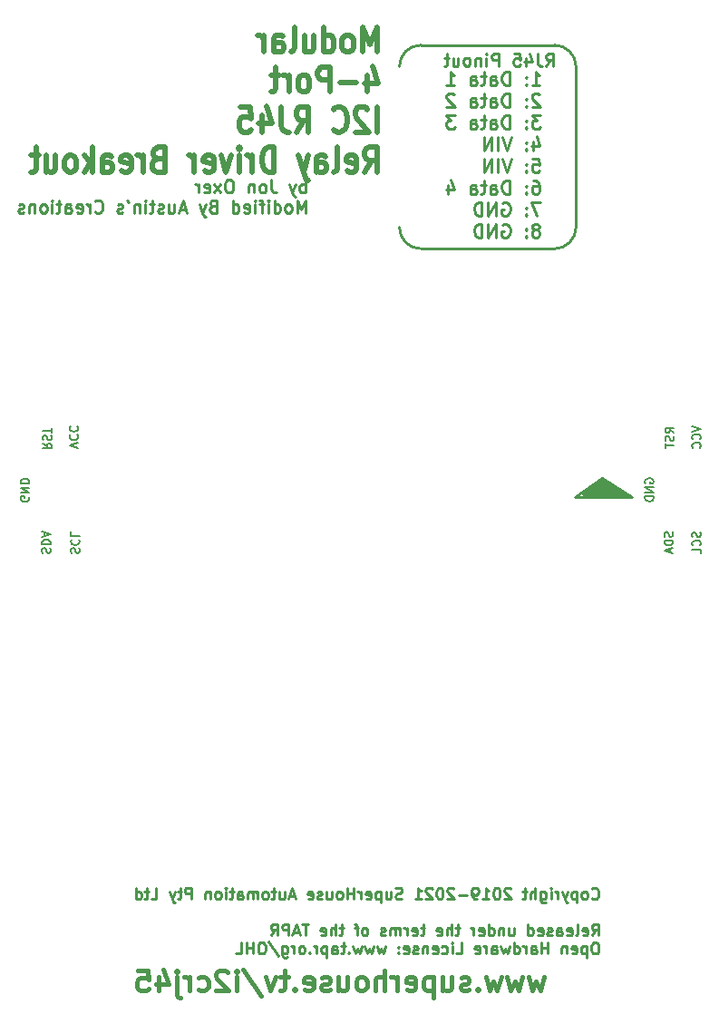
<source format=gbr>
G04 #@! TF.GenerationSoftware,KiCad,Pcbnew,6.0.11+dfsg-1*
G04 #@! TF.CreationDate,2023-11-01T17:04:38+00:00*
G04 #@! TF.ProjectId,Modular-I2C-4PxRJ45-Relay-Driver,4d6f6475-6c61-4722-9d49-32432d345078,rev?*
G04 #@! TF.SameCoordinates,Original*
G04 #@! TF.FileFunction,Legend,Bot*
G04 #@! TF.FilePolarity,Positive*
%FSLAX46Y46*%
G04 Gerber Fmt 4.6, Leading zero omitted, Abs format (unit mm)*
G04 Created by KiCad (PCBNEW 6.0.11+dfsg-1) date 2023-11-01 17:04:38*
%MOMM*%
%LPD*%
G01*
G04 APERTURE LIST*
%ADD10C,0.254000*%
%ADD11C,0.406400*%
%ADD12C,0.391000*%
%ADD13C,0.476000*%
%ADD14C,0.200000*%
%ADD15C,0.215900*%
%ADD16C,0.240000*%
%ADD17C,0.252000*%
%ADD18C,0.241808*%
%ADD19C,1.700000*%
%ADD20C,3.250000*%
%ADD21C,1.500000*%
%ADD22C,2.600000*%
G04 APERTURE END LIST*
D10*
X168683214Y-31789286D02*
X168683214Y-46789286D01*
X166683214Y-48789314D02*
G75*
G03*
X168683214Y-46789286I-14J2000014D01*
G01*
X152183214Y-46789286D02*
G75*
G03*
X154183214Y-48789286I1999986J-14D01*
G01*
X173949001Y-71931500D02*
X171155001Y-70153500D01*
X173441001Y-71677500D02*
X173187001Y-71677500D01*
X169377001Y-71677500D02*
X171155001Y-70407500D01*
X168683214Y-31789286D02*
G75*
G03*
X166683214Y-29789286I-2000014J-14D01*
G01*
X168615001Y-71931500D02*
X173949001Y-71931500D01*
D11*
X170393001Y-71169500D02*
X171663001Y-71169500D01*
D10*
X171155001Y-70153500D02*
X168615001Y-71931500D01*
D11*
X171663001Y-71169500D02*
X171155001Y-70915500D01*
D10*
X154183214Y-29789314D02*
G75*
G03*
X152183214Y-31789286I-14J-1999986D01*
G01*
X166683214Y-48789286D02*
X154183214Y-48789286D01*
D11*
X172679001Y-71423500D02*
X171155001Y-70661500D01*
D10*
X171155001Y-70407500D02*
X173187001Y-71677500D01*
X173187001Y-71677500D02*
X169377001Y-71677500D01*
D11*
X171155001Y-70661500D02*
X170393001Y-71169500D01*
D10*
X154183214Y-29789286D02*
X166683214Y-29789286D01*
D11*
X169885001Y-71423500D02*
X172679001Y-71423500D01*
D12*
X165692558Y-116781428D02*
X165328939Y-118054095D01*
X164965320Y-117145047D01*
X164601701Y-118054095D01*
X164238082Y-116781428D01*
X163692653Y-116781428D02*
X163329034Y-118054095D01*
X162965415Y-117145047D01*
X162601796Y-118054095D01*
X162238177Y-116781428D01*
X161692749Y-116781428D02*
X161329130Y-118054095D01*
X160965511Y-117145047D01*
X160601891Y-118054095D01*
X160238272Y-116781428D01*
X159511034Y-117872285D02*
X159420130Y-117963190D01*
X159511034Y-118054095D01*
X159601939Y-117963190D01*
X159511034Y-117872285D01*
X159511034Y-118054095D01*
X158692891Y-117963190D02*
X158511082Y-118054095D01*
X158147463Y-118054095D01*
X157965653Y-117963190D01*
X157874749Y-117781380D01*
X157874749Y-117690476D01*
X157965653Y-117508666D01*
X158147463Y-117417761D01*
X158420177Y-117417761D01*
X158601987Y-117326857D01*
X158692891Y-117145047D01*
X158692891Y-117054142D01*
X158601987Y-116872333D01*
X158420177Y-116781428D01*
X158147463Y-116781428D01*
X157965653Y-116872333D01*
X156238463Y-116781428D02*
X156238463Y-118054095D01*
X157056606Y-116781428D02*
X157056606Y-117781380D01*
X156965701Y-117963190D01*
X156783891Y-118054095D01*
X156511177Y-118054095D01*
X156329368Y-117963190D01*
X156238463Y-117872285D01*
X155329415Y-116781428D02*
X155329415Y-118690428D01*
X155329415Y-116872333D02*
X155147606Y-116781428D01*
X154783987Y-116781428D01*
X154602177Y-116872333D01*
X154511272Y-116963238D01*
X154420368Y-117145047D01*
X154420368Y-117690476D01*
X154511272Y-117872285D01*
X154602177Y-117963190D01*
X154783987Y-118054095D01*
X155147606Y-118054095D01*
X155329415Y-117963190D01*
X152874987Y-117963190D02*
X153056796Y-118054095D01*
X153420415Y-118054095D01*
X153602225Y-117963190D01*
X153693130Y-117781380D01*
X153693130Y-117054142D01*
X153602225Y-116872333D01*
X153420415Y-116781428D01*
X153056796Y-116781428D01*
X152874987Y-116872333D01*
X152784082Y-117054142D01*
X152784082Y-117235952D01*
X153693130Y-117417761D01*
X151965939Y-118054095D02*
X151965939Y-116781428D01*
X151965939Y-117145047D02*
X151875034Y-116963238D01*
X151784130Y-116872333D01*
X151602320Y-116781428D01*
X151420511Y-116781428D01*
X150784177Y-118054095D02*
X150784177Y-116145095D01*
X149966034Y-118054095D02*
X149966034Y-117054142D01*
X150056939Y-116872333D01*
X150238749Y-116781428D01*
X150511463Y-116781428D01*
X150693272Y-116872333D01*
X150784177Y-116963238D01*
X148784272Y-118054095D02*
X148966082Y-117963190D01*
X149056987Y-117872285D01*
X149147891Y-117690476D01*
X149147891Y-117145047D01*
X149056987Y-116963238D01*
X148966082Y-116872333D01*
X148784272Y-116781428D01*
X148511558Y-116781428D01*
X148329749Y-116872333D01*
X148238844Y-116963238D01*
X148147939Y-117145047D01*
X148147939Y-117690476D01*
X148238844Y-117872285D01*
X148329749Y-117963190D01*
X148511558Y-118054095D01*
X148784272Y-118054095D01*
X146511653Y-116781428D02*
X146511653Y-118054095D01*
X147329796Y-116781428D02*
X147329796Y-117781380D01*
X147238891Y-117963190D01*
X147057082Y-118054095D01*
X146784368Y-118054095D01*
X146602558Y-117963190D01*
X146511653Y-117872285D01*
X145693511Y-117963190D02*
X145511701Y-118054095D01*
X145148082Y-118054095D01*
X144966272Y-117963190D01*
X144875368Y-117781380D01*
X144875368Y-117690476D01*
X144966272Y-117508666D01*
X145148082Y-117417761D01*
X145420796Y-117417761D01*
X145602606Y-117326857D01*
X145693511Y-117145047D01*
X145693511Y-117054142D01*
X145602606Y-116872333D01*
X145420796Y-116781428D01*
X145148082Y-116781428D01*
X144966272Y-116872333D01*
X143329987Y-117963190D02*
X143511796Y-118054095D01*
X143875415Y-118054095D01*
X144057225Y-117963190D01*
X144148130Y-117781380D01*
X144148130Y-117054142D01*
X144057225Y-116872333D01*
X143875415Y-116781428D01*
X143511796Y-116781428D01*
X143329987Y-116872333D01*
X143239082Y-117054142D01*
X143239082Y-117235952D01*
X144148130Y-117417761D01*
X142420939Y-117872285D02*
X142330034Y-117963190D01*
X142420939Y-118054095D01*
X142511844Y-117963190D01*
X142420939Y-117872285D01*
X142420939Y-118054095D01*
X141784606Y-116781428D02*
X141057368Y-116781428D01*
X141511891Y-116145095D02*
X141511891Y-117781380D01*
X141420987Y-117963190D01*
X141239177Y-118054095D01*
X141057368Y-118054095D01*
X140602844Y-116781428D02*
X140148320Y-118054095D01*
X139693796Y-116781428D01*
X137602987Y-116054190D02*
X139239272Y-118508619D01*
X136966653Y-118054095D02*
X136966653Y-116781428D01*
X136966653Y-116145095D02*
X137057558Y-116236000D01*
X136966653Y-116326904D01*
X136875749Y-116236000D01*
X136966653Y-116145095D01*
X136966653Y-116326904D01*
X136148511Y-116326904D02*
X136057606Y-116236000D01*
X135875796Y-116145095D01*
X135421272Y-116145095D01*
X135239463Y-116236000D01*
X135148558Y-116326904D01*
X135057653Y-116508714D01*
X135057653Y-116690523D01*
X135148558Y-116963238D01*
X136239415Y-118054095D01*
X135057653Y-118054095D01*
X133421368Y-117963190D02*
X133603177Y-118054095D01*
X133966796Y-118054095D01*
X134148606Y-117963190D01*
X134239511Y-117872285D01*
X134330415Y-117690476D01*
X134330415Y-117145047D01*
X134239511Y-116963238D01*
X134148606Y-116872333D01*
X133966796Y-116781428D01*
X133603177Y-116781428D01*
X133421368Y-116872333D01*
X132603225Y-118054095D02*
X132603225Y-116781428D01*
X132603225Y-117145047D02*
X132512320Y-116963238D01*
X132421415Y-116872333D01*
X132239606Y-116781428D01*
X132057796Y-116781428D01*
X131421463Y-116781428D02*
X131421463Y-118417714D01*
X131512368Y-118599523D01*
X131694177Y-118690428D01*
X131785082Y-118690428D01*
X131421463Y-116145095D02*
X131512368Y-116236000D01*
X131421463Y-116326904D01*
X131330558Y-116236000D01*
X131421463Y-116145095D01*
X131421463Y-116326904D01*
X129694272Y-116781428D02*
X129694272Y-118054095D01*
X130148796Y-116054190D02*
X130603320Y-117417761D01*
X129421558Y-117417761D01*
X127785272Y-116145095D02*
X128694320Y-116145095D01*
X128785225Y-117054142D01*
X128694320Y-116963238D01*
X128512510Y-116872333D01*
X128057987Y-116872333D01*
X127876177Y-116963238D01*
X127785272Y-117054142D01*
X127694368Y-117235952D01*
X127694368Y-117690476D01*
X127785272Y-117872285D01*
X127876177Y-117963190D01*
X128057987Y-118054095D01*
X128512510Y-118054095D01*
X128694320Y-117963190D01*
X128785225Y-117872285D01*
D13*
X150083409Y-30417913D02*
X150083409Y-28093913D01*
X149416742Y-29753913D01*
X148750076Y-28093913D01*
X148750076Y-30417913D01*
X147511980Y-30417913D02*
X147702457Y-30307246D01*
X147797695Y-30196580D01*
X147892933Y-29975246D01*
X147892933Y-29311246D01*
X147797695Y-29089913D01*
X147702457Y-28979246D01*
X147511980Y-28868580D01*
X147226266Y-28868580D01*
X147035790Y-28979246D01*
X146940552Y-29089913D01*
X146845314Y-29311246D01*
X146845314Y-29975246D01*
X146940552Y-30196580D01*
X147035790Y-30307246D01*
X147226266Y-30417913D01*
X147511980Y-30417913D01*
X145131028Y-30417913D02*
X145131028Y-28093913D01*
X145131028Y-30307246D02*
X145321504Y-30417913D01*
X145702457Y-30417913D01*
X145892933Y-30307246D01*
X145988171Y-30196580D01*
X146083409Y-29975246D01*
X146083409Y-29311246D01*
X145988171Y-29089913D01*
X145892933Y-28979246D01*
X145702457Y-28868580D01*
X145321504Y-28868580D01*
X145131028Y-28979246D01*
X143321504Y-28868580D02*
X143321504Y-30417913D01*
X144178647Y-28868580D02*
X144178647Y-30085913D01*
X144083409Y-30307246D01*
X143892933Y-30417913D01*
X143607219Y-30417913D01*
X143416742Y-30307246D01*
X143321504Y-30196580D01*
X142083409Y-30417913D02*
X142273885Y-30307246D01*
X142369123Y-30085913D01*
X142369123Y-28093913D01*
X140464361Y-30417913D02*
X140464361Y-29200580D01*
X140559600Y-28979246D01*
X140750076Y-28868580D01*
X141131028Y-28868580D01*
X141321504Y-28979246D01*
X140464361Y-30307246D02*
X140654838Y-30417913D01*
X141131028Y-30417913D01*
X141321504Y-30307246D01*
X141416742Y-30085913D01*
X141416742Y-29864580D01*
X141321504Y-29643246D01*
X141131028Y-29532580D01*
X140654838Y-29532580D01*
X140464361Y-29421913D01*
X139511980Y-30417913D02*
X139511980Y-28868580D01*
X139511980Y-29311246D02*
X139416742Y-29089913D01*
X139321504Y-28979246D01*
X139131028Y-28868580D01*
X138940552Y-28868580D01*
X149226266Y-32610220D02*
X149226266Y-34159553D01*
X149702457Y-31724886D02*
X150178647Y-33384886D01*
X148940552Y-33384886D01*
X148178647Y-33274220D02*
X146654838Y-33274220D01*
X145702457Y-34159553D02*
X145702457Y-31835553D01*
X144940552Y-31835553D01*
X144750076Y-31946220D01*
X144654838Y-32056886D01*
X144559600Y-32278220D01*
X144559600Y-32610220D01*
X144654838Y-32831553D01*
X144750076Y-32942220D01*
X144940552Y-33052886D01*
X145702457Y-33052886D01*
X143416742Y-34159553D02*
X143607219Y-34048886D01*
X143702457Y-33938220D01*
X143797695Y-33716886D01*
X143797695Y-33052886D01*
X143702457Y-32831553D01*
X143607219Y-32720886D01*
X143416742Y-32610220D01*
X143131028Y-32610220D01*
X142940552Y-32720886D01*
X142845314Y-32831553D01*
X142750076Y-33052886D01*
X142750076Y-33716886D01*
X142845314Y-33938220D01*
X142940552Y-34048886D01*
X143131028Y-34159553D01*
X143416742Y-34159553D01*
X141892933Y-34159553D02*
X141892933Y-32610220D01*
X141892933Y-33052886D02*
X141797695Y-32831553D01*
X141702457Y-32720886D01*
X141511980Y-32610220D01*
X141321504Y-32610220D01*
X140940552Y-32610220D02*
X140178647Y-32610220D01*
X140654838Y-31835553D02*
X140654838Y-33827553D01*
X140559600Y-34048886D01*
X140369123Y-34159553D01*
X140178647Y-34159553D01*
X150083409Y-37901193D02*
X150083409Y-35577193D01*
X149226266Y-35798526D02*
X149131028Y-35687860D01*
X148940552Y-35577193D01*
X148464361Y-35577193D01*
X148273885Y-35687860D01*
X148178647Y-35798526D01*
X148083409Y-36019860D01*
X148083409Y-36241193D01*
X148178647Y-36573193D01*
X149321504Y-37901193D01*
X148083409Y-37901193D01*
X146083409Y-37679860D02*
X146178647Y-37790526D01*
X146464361Y-37901193D01*
X146654838Y-37901193D01*
X146940552Y-37790526D01*
X147131028Y-37569193D01*
X147226266Y-37347860D01*
X147321504Y-36905193D01*
X147321504Y-36573193D01*
X147226266Y-36130526D01*
X147131028Y-35909193D01*
X146940552Y-35687860D01*
X146654838Y-35577193D01*
X146464361Y-35577193D01*
X146178647Y-35687860D01*
X146083409Y-35798526D01*
X142559600Y-37901193D02*
X143226266Y-36794526D01*
X143702457Y-37901193D02*
X143702457Y-35577193D01*
X142940552Y-35577193D01*
X142750076Y-35687860D01*
X142654838Y-35798526D01*
X142559600Y-36019860D01*
X142559600Y-36351860D01*
X142654838Y-36573193D01*
X142750076Y-36683860D01*
X142940552Y-36794526D01*
X143702457Y-36794526D01*
X141131028Y-35577193D02*
X141131028Y-37237193D01*
X141226266Y-37569193D01*
X141416742Y-37790526D01*
X141702457Y-37901193D01*
X141892933Y-37901193D01*
X139321504Y-36351860D02*
X139321504Y-37901193D01*
X139797695Y-35466526D02*
X140273885Y-37126526D01*
X139035790Y-37126526D01*
X137321504Y-35577193D02*
X138273885Y-35577193D01*
X138369123Y-36683860D01*
X138273885Y-36573193D01*
X138083409Y-36462526D01*
X137607219Y-36462526D01*
X137416742Y-36573193D01*
X137321504Y-36683860D01*
X137226266Y-36905193D01*
X137226266Y-37458526D01*
X137321504Y-37679860D01*
X137416742Y-37790526D01*
X137607219Y-37901193D01*
X138083409Y-37901193D01*
X138273885Y-37790526D01*
X138369123Y-37679860D01*
X148940552Y-41642833D02*
X149607219Y-40536166D01*
X150083409Y-41642833D02*
X150083409Y-39318833D01*
X149321504Y-39318833D01*
X149131028Y-39429500D01*
X149035790Y-39540166D01*
X148940552Y-39761500D01*
X148940552Y-40093500D01*
X149035790Y-40314833D01*
X149131028Y-40425500D01*
X149321504Y-40536166D01*
X150083409Y-40536166D01*
X147321504Y-41532166D02*
X147511980Y-41642833D01*
X147892933Y-41642833D01*
X148083409Y-41532166D01*
X148178647Y-41310833D01*
X148178647Y-40425500D01*
X148083409Y-40204166D01*
X147892933Y-40093500D01*
X147511980Y-40093500D01*
X147321504Y-40204166D01*
X147226266Y-40425500D01*
X147226266Y-40646833D01*
X148178647Y-40868166D01*
X146083409Y-41642833D02*
X146273885Y-41532166D01*
X146369123Y-41310833D01*
X146369123Y-39318833D01*
X144464361Y-41642833D02*
X144464361Y-40425500D01*
X144559600Y-40204166D01*
X144750076Y-40093500D01*
X145131028Y-40093500D01*
X145321504Y-40204166D01*
X144464361Y-41532166D02*
X144654838Y-41642833D01*
X145131028Y-41642833D01*
X145321504Y-41532166D01*
X145416742Y-41310833D01*
X145416742Y-41089500D01*
X145321504Y-40868166D01*
X145131028Y-40757500D01*
X144654838Y-40757500D01*
X144464361Y-40646833D01*
X143702457Y-40093500D02*
X143226266Y-41642833D01*
X142750076Y-40093500D02*
X143226266Y-41642833D01*
X143416742Y-42196166D01*
X143511980Y-42306833D01*
X143702457Y-42417500D01*
X140464361Y-41642833D02*
X140464361Y-39318833D01*
X139988171Y-39318833D01*
X139702457Y-39429500D01*
X139511980Y-39650833D01*
X139416742Y-39872166D01*
X139321504Y-40314833D01*
X139321504Y-40646833D01*
X139416742Y-41089500D01*
X139511980Y-41310833D01*
X139702457Y-41532166D01*
X139988171Y-41642833D01*
X140464361Y-41642833D01*
X138464361Y-41642833D02*
X138464361Y-40093500D01*
X138464361Y-40536166D02*
X138369123Y-40314833D01*
X138273885Y-40204166D01*
X138083409Y-40093500D01*
X137892933Y-40093500D01*
X137226266Y-41642833D02*
X137226266Y-40093500D01*
X137226266Y-39318833D02*
X137321504Y-39429500D01*
X137226266Y-39540166D01*
X137131028Y-39429500D01*
X137226266Y-39318833D01*
X137226266Y-39540166D01*
X136464361Y-40093500D02*
X135988171Y-41642833D01*
X135511980Y-40093500D01*
X133988171Y-41532166D02*
X134178647Y-41642833D01*
X134559600Y-41642833D01*
X134750076Y-41532166D01*
X134845314Y-41310833D01*
X134845314Y-40425500D01*
X134750076Y-40204166D01*
X134559600Y-40093500D01*
X134178647Y-40093500D01*
X133988171Y-40204166D01*
X133892933Y-40425500D01*
X133892933Y-40646833D01*
X134845314Y-40868166D01*
X133035790Y-41642833D02*
X133035790Y-40093500D01*
X133035790Y-40536166D02*
X132940552Y-40314833D01*
X132845314Y-40204166D01*
X132654838Y-40093500D01*
X132464361Y-40093500D01*
X129607219Y-40425500D02*
X129321504Y-40536166D01*
X129226266Y-40646833D01*
X129131028Y-40868166D01*
X129131028Y-41200166D01*
X129226266Y-41421500D01*
X129321504Y-41532166D01*
X129511980Y-41642833D01*
X130273885Y-41642833D01*
X130273885Y-39318833D01*
X129607219Y-39318833D01*
X129416742Y-39429500D01*
X129321504Y-39540166D01*
X129226266Y-39761500D01*
X129226266Y-39982833D01*
X129321504Y-40204166D01*
X129416742Y-40314833D01*
X129607219Y-40425500D01*
X130273885Y-40425500D01*
X128273885Y-41642833D02*
X128273885Y-40093500D01*
X128273885Y-40536166D02*
X128178647Y-40314833D01*
X128083409Y-40204166D01*
X127892933Y-40093500D01*
X127702457Y-40093500D01*
X126273885Y-41532166D02*
X126464361Y-41642833D01*
X126845314Y-41642833D01*
X127035790Y-41532166D01*
X127131028Y-41310833D01*
X127131028Y-40425500D01*
X127035790Y-40204166D01*
X126845314Y-40093500D01*
X126464361Y-40093500D01*
X126273885Y-40204166D01*
X126178647Y-40425500D01*
X126178647Y-40646833D01*
X127131028Y-40868166D01*
X124464361Y-41642833D02*
X124464361Y-40425500D01*
X124559600Y-40204166D01*
X124750076Y-40093500D01*
X125131028Y-40093500D01*
X125321504Y-40204166D01*
X124464361Y-41532166D02*
X124654838Y-41642833D01*
X125131028Y-41642833D01*
X125321504Y-41532166D01*
X125416742Y-41310833D01*
X125416742Y-41089500D01*
X125321504Y-40868166D01*
X125131028Y-40757500D01*
X124654838Y-40757500D01*
X124464361Y-40646833D01*
X123511980Y-41642833D02*
X123511980Y-39318833D01*
X123321504Y-40757500D02*
X122750076Y-41642833D01*
X122750076Y-40093500D02*
X123511980Y-40978833D01*
X121607219Y-41642833D02*
X121797695Y-41532166D01*
X121892933Y-41421500D01*
X121988171Y-41200166D01*
X121988171Y-40536166D01*
X121892933Y-40314833D01*
X121797695Y-40204166D01*
X121607219Y-40093500D01*
X121321504Y-40093500D01*
X121131028Y-40204166D01*
X121035790Y-40314833D01*
X120940552Y-40536166D01*
X120940552Y-41200166D01*
X121035790Y-41421500D01*
X121131028Y-41532166D01*
X121321504Y-41642833D01*
X121607219Y-41642833D01*
X119226266Y-40093500D02*
X119226266Y-41642833D01*
X120083409Y-40093500D02*
X120083409Y-41310833D01*
X119988171Y-41532166D01*
X119797695Y-41642833D01*
X119511980Y-41642833D01*
X119321504Y-41532166D01*
X119226266Y-41421500D01*
X118559600Y-40093500D02*
X117797695Y-40093500D01*
X118273885Y-39318833D02*
X118273885Y-41310833D01*
X118178647Y-41532166D01*
X117988171Y-41642833D01*
X117797695Y-41642833D01*
D14*
X122207095Y-67398166D02*
X121407095Y-67131500D01*
X122207095Y-66864833D01*
X121483285Y-66141023D02*
X121445190Y-66179119D01*
X121407095Y-66293404D01*
X121407095Y-66369595D01*
X121445190Y-66483880D01*
X121521380Y-66560071D01*
X121597571Y-66598166D01*
X121749952Y-66636261D01*
X121864238Y-66636261D01*
X122016619Y-66598166D01*
X122092809Y-66560071D01*
X122169000Y-66483880D01*
X122207095Y-66369595D01*
X122207095Y-66293404D01*
X122169000Y-66179119D01*
X122130904Y-66141023D01*
X121483285Y-65341023D02*
X121445190Y-65379119D01*
X121407095Y-65493404D01*
X121407095Y-65569595D01*
X121445190Y-65683880D01*
X121521380Y-65760071D01*
X121597571Y-65798166D01*
X121749952Y-65836261D01*
X121864238Y-65836261D01*
X122016619Y-65798166D01*
X122092809Y-65760071D01*
X122169000Y-65683880D01*
X122207095Y-65569595D01*
X122207095Y-65493404D01*
X122169000Y-65379119D01*
X122130904Y-65341023D01*
D15*
X170154356Y-109403111D02*
X170204552Y-109453306D01*
X170355137Y-109503501D01*
X170455528Y-109503501D01*
X170606114Y-109453306D01*
X170706504Y-109352916D01*
X170756699Y-109252525D01*
X170806895Y-109051744D01*
X170806895Y-108901158D01*
X170756699Y-108700377D01*
X170706504Y-108599987D01*
X170606114Y-108499597D01*
X170455528Y-108449401D01*
X170355137Y-108449401D01*
X170204552Y-108499597D01*
X170154356Y-108549792D01*
X169552014Y-109503501D02*
X169652404Y-109453306D01*
X169702599Y-109403111D01*
X169752795Y-109302720D01*
X169752795Y-109001549D01*
X169702599Y-108901158D01*
X169652404Y-108850963D01*
X169552014Y-108800768D01*
X169401428Y-108800768D01*
X169301037Y-108850963D01*
X169250842Y-108901158D01*
X169200647Y-109001549D01*
X169200647Y-109302720D01*
X169250842Y-109403111D01*
X169301037Y-109453306D01*
X169401428Y-109503501D01*
X169552014Y-109503501D01*
X168748890Y-108800768D02*
X168748890Y-109854868D01*
X168748890Y-108850963D02*
X168648499Y-108800768D01*
X168447718Y-108800768D01*
X168347328Y-108850963D01*
X168297133Y-108901158D01*
X168246937Y-109001549D01*
X168246937Y-109302720D01*
X168297133Y-109403111D01*
X168347328Y-109453306D01*
X168447718Y-109503501D01*
X168648499Y-109503501D01*
X168748890Y-109453306D01*
X167895571Y-108800768D02*
X167644595Y-109503501D01*
X167393618Y-108800768D02*
X167644595Y-109503501D01*
X167744985Y-109754477D01*
X167795180Y-109804673D01*
X167895571Y-109854868D01*
X166992056Y-109503501D02*
X166992056Y-108800768D01*
X166992056Y-109001549D02*
X166941861Y-108901158D01*
X166891666Y-108850963D01*
X166791276Y-108800768D01*
X166690885Y-108800768D01*
X166339518Y-109503501D02*
X166339518Y-108800768D01*
X166339518Y-108449401D02*
X166389714Y-108499597D01*
X166339518Y-108549792D01*
X166289323Y-108499597D01*
X166339518Y-108449401D01*
X166339518Y-108549792D01*
X165385809Y-108800768D02*
X165385809Y-109654087D01*
X165436004Y-109754477D01*
X165486199Y-109804673D01*
X165586590Y-109854868D01*
X165737176Y-109854868D01*
X165837566Y-109804673D01*
X165385809Y-109453306D02*
X165486199Y-109503501D01*
X165686980Y-109503501D01*
X165787371Y-109453306D01*
X165837566Y-109403111D01*
X165887761Y-109302720D01*
X165887761Y-109001549D01*
X165837566Y-108901158D01*
X165787371Y-108850963D01*
X165686980Y-108800768D01*
X165486199Y-108800768D01*
X165385809Y-108850963D01*
X164883856Y-109503501D02*
X164883856Y-108449401D01*
X164432099Y-109503501D02*
X164432099Y-108951354D01*
X164482295Y-108850963D01*
X164582685Y-108800768D01*
X164733271Y-108800768D01*
X164833661Y-108850963D01*
X164883856Y-108901158D01*
X164080733Y-108800768D02*
X163679171Y-108800768D01*
X163930147Y-108449401D02*
X163930147Y-109352916D01*
X163879952Y-109453306D01*
X163779561Y-109503501D01*
X163679171Y-109503501D01*
X162574876Y-108549792D02*
X162524680Y-108499597D01*
X162424290Y-108449401D01*
X162173314Y-108449401D01*
X162072923Y-108499597D01*
X162022728Y-108549792D01*
X161972533Y-108650182D01*
X161972533Y-108750573D01*
X162022728Y-108901158D01*
X162625071Y-109503501D01*
X161972533Y-109503501D01*
X161319995Y-108449401D02*
X161219604Y-108449401D01*
X161119214Y-108499597D01*
X161069018Y-108549792D01*
X161018823Y-108650182D01*
X160968628Y-108850963D01*
X160968628Y-109101939D01*
X161018823Y-109302720D01*
X161069018Y-109403111D01*
X161119214Y-109453306D01*
X161219604Y-109503501D01*
X161319995Y-109503501D01*
X161420385Y-109453306D01*
X161470580Y-109403111D01*
X161520776Y-109302720D01*
X161570971Y-109101939D01*
X161570971Y-108850963D01*
X161520776Y-108650182D01*
X161470580Y-108549792D01*
X161420385Y-108499597D01*
X161319995Y-108449401D01*
X159964723Y-109503501D02*
X160567066Y-109503501D01*
X160265895Y-109503501D02*
X160265895Y-108449401D01*
X160366285Y-108599987D01*
X160466676Y-108700377D01*
X160567066Y-108750573D01*
X159462771Y-109503501D02*
X159261990Y-109503501D01*
X159161599Y-109453306D01*
X159111404Y-109403111D01*
X159011014Y-109252525D01*
X158960818Y-109051744D01*
X158960818Y-108650182D01*
X159011014Y-108549792D01*
X159061209Y-108499597D01*
X159161599Y-108449401D01*
X159362380Y-108449401D01*
X159462771Y-108499597D01*
X159512966Y-108549792D01*
X159563161Y-108650182D01*
X159563161Y-108901158D01*
X159512966Y-109001549D01*
X159462771Y-109051744D01*
X159362380Y-109101939D01*
X159161599Y-109101939D01*
X159061209Y-109051744D01*
X159011014Y-109001549D01*
X158960818Y-108901158D01*
X158509061Y-109101939D02*
X157705937Y-109101939D01*
X157254180Y-108549792D02*
X157203985Y-108499597D01*
X157103595Y-108449401D01*
X156852618Y-108449401D01*
X156752228Y-108499597D01*
X156702033Y-108549792D01*
X156651837Y-108650182D01*
X156651837Y-108750573D01*
X156702033Y-108901158D01*
X157304376Y-109503501D01*
X156651837Y-109503501D01*
X155999299Y-108449401D02*
X155898909Y-108449401D01*
X155798518Y-108499597D01*
X155748323Y-108549792D01*
X155698128Y-108650182D01*
X155647933Y-108850963D01*
X155647933Y-109101939D01*
X155698128Y-109302720D01*
X155748323Y-109403111D01*
X155798518Y-109453306D01*
X155898909Y-109503501D01*
X155999299Y-109503501D01*
X156099690Y-109453306D01*
X156149885Y-109403111D01*
X156200080Y-109302720D01*
X156250276Y-109101939D01*
X156250276Y-108850963D01*
X156200080Y-108650182D01*
X156149885Y-108549792D01*
X156099690Y-108499597D01*
X155999299Y-108449401D01*
X155246371Y-108549792D02*
X155196176Y-108499597D01*
X155095785Y-108449401D01*
X154844809Y-108449401D01*
X154744418Y-108499597D01*
X154694223Y-108549792D01*
X154644028Y-108650182D01*
X154644028Y-108750573D01*
X154694223Y-108901158D01*
X155296566Y-109503501D01*
X154644028Y-109503501D01*
X153640123Y-109503501D02*
X154242466Y-109503501D01*
X153941295Y-109503501D02*
X153941295Y-108449401D01*
X154041685Y-108599987D01*
X154142076Y-108700377D01*
X154242466Y-108750573D01*
X152435437Y-109453306D02*
X152284852Y-109503501D01*
X152033876Y-109503501D01*
X151933485Y-109453306D01*
X151883290Y-109403111D01*
X151833095Y-109302720D01*
X151833095Y-109202330D01*
X151883290Y-109101939D01*
X151933485Y-109051744D01*
X152033876Y-109001549D01*
X152234656Y-108951354D01*
X152335047Y-108901158D01*
X152385242Y-108850963D01*
X152435437Y-108750573D01*
X152435437Y-108650182D01*
X152385242Y-108549792D01*
X152335047Y-108499597D01*
X152234656Y-108449401D01*
X151983680Y-108449401D01*
X151833095Y-108499597D01*
X150929580Y-108800768D02*
X150929580Y-109503501D01*
X151381337Y-108800768D02*
X151381337Y-109352916D01*
X151331142Y-109453306D01*
X151230752Y-109503501D01*
X151080166Y-109503501D01*
X150979776Y-109453306D01*
X150929580Y-109403111D01*
X150427628Y-108800768D02*
X150427628Y-109854868D01*
X150427628Y-108850963D02*
X150327237Y-108800768D01*
X150126456Y-108800768D01*
X150026066Y-108850963D01*
X149975871Y-108901158D01*
X149925676Y-109001549D01*
X149925676Y-109302720D01*
X149975871Y-109403111D01*
X150026066Y-109453306D01*
X150126456Y-109503501D01*
X150327237Y-109503501D01*
X150427628Y-109453306D01*
X149072356Y-109453306D02*
X149172747Y-109503501D01*
X149373528Y-109503501D01*
X149473918Y-109453306D01*
X149524114Y-109352916D01*
X149524114Y-108951354D01*
X149473918Y-108850963D01*
X149373528Y-108800768D01*
X149172747Y-108800768D01*
X149072356Y-108850963D01*
X149022161Y-108951354D01*
X149022161Y-109051744D01*
X149524114Y-109152135D01*
X148570404Y-109503501D02*
X148570404Y-108800768D01*
X148570404Y-109001549D02*
X148520209Y-108901158D01*
X148470014Y-108850963D01*
X148369623Y-108800768D01*
X148269233Y-108800768D01*
X147917866Y-109503501D02*
X147917866Y-108449401D01*
X147917866Y-108951354D02*
X147315523Y-108951354D01*
X147315523Y-109503501D02*
X147315523Y-108449401D01*
X146662985Y-109503501D02*
X146763376Y-109453306D01*
X146813571Y-109403111D01*
X146863766Y-109302720D01*
X146863766Y-109001549D01*
X146813571Y-108901158D01*
X146763376Y-108850963D01*
X146662985Y-108800768D01*
X146512399Y-108800768D01*
X146412009Y-108850963D01*
X146361814Y-108901158D01*
X146311618Y-109001549D01*
X146311618Y-109302720D01*
X146361814Y-109403111D01*
X146412009Y-109453306D01*
X146512399Y-109503501D01*
X146662985Y-109503501D01*
X145408104Y-108800768D02*
X145408104Y-109503501D01*
X145859861Y-108800768D02*
X145859861Y-109352916D01*
X145809666Y-109453306D01*
X145709276Y-109503501D01*
X145558690Y-109503501D01*
X145458299Y-109453306D01*
X145408104Y-109403111D01*
X144956347Y-109453306D02*
X144855956Y-109503501D01*
X144655176Y-109503501D01*
X144554785Y-109453306D01*
X144504590Y-109352916D01*
X144504590Y-109302720D01*
X144554785Y-109202330D01*
X144655176Y-109152135D01*
X144805761Y-109152135D01*
X144906152Y-109101939D01*
X144956347Y-109001549D01*
X144956347Y-108951354D01*
X144906152Y-108850963D01*
X144805761Y-108800768D01*
X144655176Y-108800768D01*
X144554785Y-108850963D01*
X143651271Y-109453306D02*
X143751661Y-109503501D01*
X143952442Y-109503501D01*
X144052833Y-109453306D01*
X144103028Y-109352916D01*
X144103028Y-108951354D01*
X144052833Y-108850963D01*
X143952442Y-108800768D01*
X143751661Y-108800768D01*
X143651271Y-108850963D01*
X143601076Y-108951354D01*
X143601076Y-109051744D01*
X144103028Y-109152135D01*
X142396390Y-109202330D02*
X141894437Y-109202330D01*
X142496780Y-109503501D02*
X142145414Y-108449401D01*
X141794047Y-109503501D01*
X140990923Y-108800768D02*
X140990923Y-109503501D01*
X141442680Y-108800768D02*
X141442680Y-109352916D01*
X141392485Y-109453306D01*
X141292095Y-109503501D01*
X141141509Y-109503501D01*
X141041118Y-109453306D01*
X140990923Y-109403111D01*
X140639556Y-108800768D02*
X140237995Y-108800768D01*
X140488971Y-108449401D02*
X140488971Y-109352916D01*
X140438776Y-109453306D01*
X140338385Y-109503501D01*
X140237995Y-109503501D01*
X139736042Y-109503501D02*
X139836433Y-109453306D01*
X139886628Y-109403111D01*
X139936823Y-109302720D01*
X139936823Y-109001549D01*
X139886628Y-108901158D01*
X139836433Y-108850963D01*
X139736042Y-108800768D01*
X139585456Y-108800768D01*
X139485066Y-108850963D01*
X139434871Y-108901158D01*
X139384676Y-109001549D01*
X139384676Y-109302720D01*
X139434871Y-109403111D01*
X139485066Y-109453306D01*
X139585456Y-109503501D01*
X139736042Y-109503501D01*
X138932918Y-109503501D02*
X138932918Y-108800768D01*
X138932918Y-108901158D02*
X138882723Y-108850963D01*
X138782333Y-108800768D01*
X138631747Y-108800768D01*
X138531356Y-108850963D01*
X138481161Y-108951354D01*
X138481161Y-109503501D01*
X138481161Y-108951354D02*
X138430966Y-108850963D01*
X138330576Y-108800768D01*
X138179990Y-108800768D01*
X138079599Y-108850963D01*
X138029404Y-108951354D01*
X138029404Y-109503501D01*
X137075695Y-109503501D02*
X137075695Y-108951354D01*
X137125890Y-108850963D01*
X137226280Y-108800768D01*
X137427061Y-108800768D01*
X137527452Y-108850963D01*
X137075695Y-109453306D02*
X137176085Y-109503501D01*
X137427061Y-109503501D01*
X137527452Y-109453306D01*
X137577647Y-109352916D01*
X137577647Y-109252525D01*
X137527452Y-109152135D01*
X137427061Y-109101939D01*
X137176085Y-109101939D01*
X137075695Y-109051744D01*
X136724328Y-108800768D02*
X136322766Y-108800768D01*
X136573742Y-108449401D02*
X136573742Y-109352916D01*
X136523547Y-109453306D01*
X136423156Y-109503501D01*
X136322766Y-109503501D01*
X135971399Y-109503501D02*
X135971399Y-108800768D01*
X135971399Y-108449401D02*
X136021595Y-108499597D01*
X135971399Y-108549792D01*
X135921204Y-108499597D01*
X135971399Y-108449401D01*
X135971399Y-108549792D01*
X135318861Y-109503501D02*
X135419252Y-109453306D01*
X135469447Y-109403111D01*
X135519642Y-109302720D01*
X135519642Y-109001549D01*
X135469447Y-108901158D01*
X135419252Y-108850963D01*
X135318861Y-108800768D01*
X135168276Y-108800768D01*
X135067885Y-108850963D01*
X135017690Y-108901158D01*
X134967495Y-109001549D01*
X134967495Y-109302720D01*
X135017690Y-109403111D01*
X135067885Y-109453306D01*
X135168276Y-109503501D01*
X135318861Y-109503501D01*
X134515737Y-108800768D02*
X134515737Y-109503501D01*
X134515737Y-108901158D02*
X134465542Y-108850963D01*
X134365152Y-108800768D01*
X134214566Y-108800768D01*
X134114176Y-108850963D01*
X134063980Y-108951354D01*
X134063980Y-109503501D01*
X132758904Y-109503501D02*
X132758904Y-108449401D01*
X132357342Y-108449401D01*
X132256952Y-108499597D01*
X132206756Y-108549792D01*
X132156561Y-108650182D01*
X132156561Y-108800768D01*
X132206756Y-108901158D01*
X132256952Y-108951354D01*
X132357342Y-109001549D01*
X132758904Y-109001549D01*
X131855390Y-108800768D02*
X131453828Y-108800768D01*
X131704804Y-108449401D02*
X131704804Y-109352916D01*
X131654609Y-109453306D01*
X131554218Y-109503501D01*
X131453828Y-109503501D01*
X131202852Y-108800768D02*
X130951876Y-109503501D01*
X130700899Y-108800768D02*
X130951876Y-109503501D01*
X131052266Y-109754477D01*
X131102461Y-109804673D01*
X131202852Y-109854868D01*
X128994261Y-109503501D02*
X129496214Y-109503501D01*
X129496214Y-108449401D01*
X128793480Y-108800768D02*
X128391918Y-108800768D01*
X128642895Y-108449401D02*
X128642895Y-109352916D01*
X128592699Y-109453306D01*
X128492309Y-109503501D01*
X128391918Y-109503501D01*
X127588795Y-109503501D02*
X127588795Y-108449401D01*
X127588795Y-109453306D02*
X127689185Y-109503501D01*
X127889966Y-109503501D01*
X127990356Y-109453306D01*
X128040552Y-109403111D01*
X128090747Y-109302720D01*
X128090747Y-109001549D01*
X128040552Y-108901158D01*
X127990356Y-108850963D01*
X127889966Y-108800768D01*
X127689185Y-108800768D01*
X127588795Y-108850963D01*
X170154356Y-112897703D02*
X170505723Y-112395751D01*
X170756699Y-112897703D02*
X170756699Y-111843603D01*
X170355137Y-111843603D01*
X170254747Y-111893799D01*
X170204552Y-111943994D01*
X170154356Y-112044384D01*
X170154356Y-112194970D01*
X170204552Y-112295360D01*
X170254747Y-112345556D01*
X170355137Y-112395751D01*
X170756699Y-112395751D01*
X169301037Y-112847508D02*
X169401428Y-112897703D01*
X169602209Y-112897703D01*
X169702599Y-112847508D01*
X169752795Y-112747118D01*
X169752795Y-112345556D01*
X169702599Y-112245165D01*
X169602209Y-112194970D01*
X169401428Y-112194970D01*
X169301037Y-112245165D01*
X169250842Y-112345556D01*
X169250842Y-112445946D01*
X169752795Y-112546337D01*
X168648499Y-112897703D02*
X168748890Y-112847508D01*
X168799085Y-112747118D01*
X168799085Y-111843603D01*
X167845376Y-112847508D02*
X167945766Y-112897703D01*
X168146547Y-112897703D01*
X168246937Y-112847508D01*
X168297133Y-112747118D01*
X168297133Y-112345556D01*
X168246937Y-112245165D01*
X168146547Y-112194970D01*
X167945766Y-112194970D01*
X167845376Y-112245165D01*
X167795180Y-112345556D01*
X167795180Y-112445946D01*
X168297133Y-112546337D01*
X166891666Y-112897703D02*
X166891666Y-112345556D01*
X166941861Y-112245165D01*
X167042252Y-112194970D01*
X167243033Y-112194970D01*
X167343423Y-112245165D01*
X166891666Y-112847508D02*
X166992056Y-112897703D01*
X167243033Y-112897703D01*
X167343423Y-112847508D01*
X167393618Y-112747118D01*
X167393618Y-112646727D01*
X167343423Y-112546337D01*
X167243033Y-112496141D01*
X166992056Y-112496141D01*
X166891666Y-112445946D01*
X166439909Y-112847508D02*
X166339518Y-112897703D01*
X166138737Y-112897703D01*
X166038347Y-112847508D01*
X165988152Y-112747118D01*
X165988152Y-112696922D01*
X166038347Y-112596532D01*
X166138737Y-112546337D01*
X166289323Y-112546337D01*
X166389714Y-112496141D01*
X166439909Y-112395751D01*
X166439909Y-112345556D01*
X166389714Y-112245165D01*
X166289323Y-112194970D01*
X166138737Y-112194970D01*
X166038347Y-112245165D01*
X165134833Y-112847508D02*
X165235223Y-112897703D01*
X165436004Y-112897703D01*
X165536395Y-112847508D01*
X165586590Y-112747118D01*
X165586590Y-112345556D01*
X165536395Y-112245165D01*
X165436004Y-112194970D01*
X165235223Y-112194970D01*
X165134833Y-112245165D01*
X165084637Y-112345556D01*
X165084637Y-112445946D01*
X165586590Y-112546337D01*
X164181123Y-112897703D02*
X164181123Y-111843603D01*
X164181123Y-112847508D02*
X164281514Y-112897703D01*
X164482295Y-112897703D01*
X164582685Y-112847508D01*
X164632880Y-112797313D01*
X164683076Y-112696922D01*
X164683076Y-112395751D01*
X164632880Y-112295360D01*
X164582685Y-112245165D01*
X164482295Y-112194970D01*
X164281514Y-112194970D01*
X164181123Y-112245165D01*
X162424290Y-112194970D02*
X162424290Y-112897703D01*
X162876047Y-112194970D02*
X162876047Y-112747118D01*
X162825852Y-112847508D01*
X162725461Y-112897703D01*
X162574876Y-112897703D01*
X162474485Y-112847508D01*
X162424290Y-112797313D01*
X161922337Y-112194970D02*
X161922337Y-112897703D01*
X161922337Y-112295360D02*
X161872142Y-112245165D01*
X161771752Y-112194970D01*
X161621166Y-112194970D01*
X161520776Y-112245165D01*
X161470580Y-112345556D01*
X161470580Y-112897703D01*
X160516871Y-112897703D02*
X160516871Y-111843603D01*
X160516871Y-112847508D02*
X160617261Y-112897703D01*
X160818042Y-112897703D01*
X160918433Y-112847508D01*
X160968628Y-112797313D01*
X161018823Y-112696922D01*
X161018823Y-112395751D01*
X160968628Y-112295360D01*
X160918433Y-112245165D01*
X160818042Y-112194970D01*
X160617261Y-112194970D01*
X160516871Y-112245165D01*
X159613356Y-112847508D02*
X159713747Y-112897703D01*
X159914528Y-112897703D01*
X160014918Y-112847508D01*
X160065114Y-112747118D01*
X160065114Y-112345556D01*
X160014918Y-112245165D01*
X159914528Y-112194970D01*
X159713747Y-112194970D01*
X159613356Y-112245165D01*
X159563161Y-112345556D01*
X159563161Y-112445946D01*
X160065114Y-112546337D01*
X159111404Y-112897703D02*
X159111404Y-112194970D01*
X159111404Y-112395751D02*
X159061209Y-112295360D01*
X159011014Y-112245165D01*
X158910623Y-112194970D01*
X158810233Y-112194970D01*
X157806328Y-112194970D02*
X157404766Y-112194970D01*
X157655742Y-111843603D02*
X157655742Y-112747118D01*
X157605547Y-112847508D01*
X157505156Y-112897703D01*
X157404766Y-112897703D01*
X157053399Y-112897703D02*
X157053399Y-111843603D01*
X156601642Y-112897703D02*
X156601642Y-112345556D01*
X156651837Y-112245165D01*
X156752228Y-112194970D01*
X156902814Y-112194970D01*
X157003204Y-112245165D01*
X157053399Y-112295360D01*
X155698128Y-112847508D02*
X155798518Y-112897703D01*
X155999299Y-112897703D01*
X156099690Y-112847508D01*
X156149885Y-112747118D01*
X156149885Y-112345556D01*
X156099690Y-112245165D01*
X155999299Y-112194970D01*
X155798518Y-112194970D01*
X155698128Y-112245165D01*
X155647933Y-112345556D01*
X155647933Y-112445946D01*
X156149885Y-112546337D01*
X154543637Y-112194970D02*
X154142076Y-112194970D01*
X154393052Y-111843603D02*
X154393052Y-112747118D01*
X154342856Y-112847508D01*
X154242466Y-112897703D01*
X154142076Y-112897703D01*
X153389147Y-112847508D02*
X153489537Y-112897703D01*
X153690318Y-112897703D01*
X153790709Y-112847508D01*
X153840904Y-112747118D01*
X153840904Y-112345556D01*
X153790709Y-112245165D01*
X153690318Y-112194970D01*
X153489537Y-112194970D01*
X153389147Y-112245165D01*
X153338952Y-112345556D01*
X153338952Y-112445946D01*
X153840904Y-112546337D01*
X152887195Y-112897703D02*
X152887195Y-112194970D01*
X152887195Y-112395751D02*
X152836999Y-112295360D01*
X152786804Y-112245165D01*
X152686414Y-112194970D01*
X152586023Y-112194970D01*
X152234656Y-112897703D02*
X152234656Y-112194970D01*
X152234656Y-112295360D02*
X152184461Y-112245165D01*
X152084071Y-112194970D01*
X151933485Y-112194970D01*
X151833095Y-112245165D01*
X151782899Y-112345556D01*
X151782899Y-112897703D01*
X151782899Y-112345556D02*
X151732704Y-112245165D01*
X151632314Y-112194970D01*
X151481728Y-112194970D01*
X151381337Y-112245165D01*
X151331142Y-112345556D01*
X151331142Y-112897703D01*
X150879385Y-112847508D02*
X150778995Y-112897703D01*
X150578214Y-112897703D01*
X150477823Y-112847508D01*
X150427628Y-112747118D01*
X150427628Y-112696922D01*
X150477823Y-112596532D01*
X150578214Y-112546337D01*
X150728799Y-112546337D01*
X150829190Y-112496141D01*
X150879385Y-112395751D01*
X150879385Y-112345556D01*
X150829190Y-112245165D01*
X150728799Y-112194970D01*
X150578214Y-112194970D01*
X150477823Y-112245165D01*
X149022161Y-112897703D02*
X149122552Y-112847508D01*
X149172747Y-112797313D01*
X149222942Y-112696922D01*
X149222942Y-112395751D01*
X149172747Y-112295360D01*
X149122552Y-112245165D01*
X149022161Y-112194970D01*
X148871576Y-112194970D01*
X148771185Y-112245165D01*
X148720990Y-112295360D01*
X148670795Y-112395751D01*
X148670795Y-112696922D01*
X148720990Y-112797313D01*
X148771185Y-112847508D01*
X148871576Y-112897703D01*
X149022161Y-112897703D01*
X148369623Y-112194970D02*
X147968061Y-112194970D01*
X148219037Y-112897703D02*
X148219037Y-111994189D01*
X148168842Y-111893799D01*
X148068452Y-111843603D01*
X147968061Y-111843603D01*
X146964156Y-112194970D02*
X146562595Y-112194970D01*
X146813571Y-111843603D02*
X146813571Y-112747118D01*
X146763376Y-112847508D01*
X146662985Y-112897703D01*
X146562595Y-112897703D01*
X146211228Y-112897703D02*
X146211228Y-111843603D01*
X145759471Y-112897703D02*
X145759471Y-112345556D01*
X145809666Y-112245165D01*
X145910056Y-112194970D01*
X146060642Y-112194970D01*
X146161033Y-112245165D01*
X146211228Y-112295360D01*
X144855956Y-112847508D02*
X144956347Y-112897703D01*
X145157128Y-112897703D01*
X145257518Y-112847508D01*
X145307714Y-112747118D01*
X145307714Y-112345556D01*
X145257518Y-112245165D01*
X145157128Y-112194970D01*
X144956347Y-112194970D01*
X144855956Y-112245165D01*
X144805761Y-112345556D01*
X144805761Y-112445946D01*
X145307714Y-112546337D01*
X143701466Y-111843603D02*
X143099123Y-111843603D01*
X143400295Y-112897703D02*
X143400295Y-111843603D01*
X142797952Y-112596532D02*
X142295999Y-112596532D01*
X142898342Y-112897703D02*
X142546976Y-111843603D01*
X142195609Y-112897703D01*
X141844242Y-112897703D02*
X141844242Y-111843603D01*
X141442680Y-111843603D01*
X141342290Y-111893799D01*
X141292095Y-111943994D01*
X141241899Y-112044384D01*
X141241899Y-112194970D01*
X141292095Y-112295360D01*
X141342290Y-112345556D01*
X141442680Y-112395751D01*
X141844242Y-112395751D01*
X140187799Y-112897703D02*
X140539166Y-112395751D01*
X140790142Y-112897703D02*
X140790142Y-111843603D01*
X140388580Y-111843603D01*
X140288190Y-111893799D01*
X140237995Y-111943994D01*
X140187799Y-112044384D01*
X140187799Y-112194970D01*
X140237995Y-112295360D01*
X140288190Y-112345556D01*
X140388580Y-112395751D01*
X140790142Y-112395751D01*
X170555918Y-113540704D02*
X170355137Y-113540704D01*
X170254747Y-113590900D01*
X170154356Y-113691290D01*
X170104161Y-113892071D01*
X170104161Y-114243438D01*
X170154356Y-114444219D01*
X170254747Y-114544609D01*
X170355137Y-114594804D01*
X170555918Y-114594804D01*
X170656309Y-114544609D01*
X170756699Y-114444219D01*
X170806895Y-114243438D01*
X170806895Y-113892071D01*
X170756699Y-113691290D01*
X170656309Y-113590900D01*
X170555918Y-113540704D01*
X169652404Y-113892071D02*
X169652404Y-114946171D01*
X169652404Y-113942266D02*
X169552014Y-113892071D01*
X169351233Y-113892071D01*
X169250842Y-113942266D01*
X169200647Y-113992461D01*
X169150452Y-114092852D01*
X169150452Y-114394023D01*
X169200647Y-114494414D01*
X169250842Y-114544609D01*
X169351233Y-114594804D01*
X169552014Y-114594804D01*
X169652404Y-114544609D01*
X168297133Y-114544609D02*
X168397523Y-114594804D01*
X168598304Y-114594804D01*
X168698695Y-114544609D01*
X168748890Y-114444219D01*
X168748890Y-114042657D01*
X168698695Y-113942266D01*
X168598304Y-113892071D01*
X168397523Y-113892071D01*
X168297133Y-113942266D01*
X168246937Y-114042657D01*
X168246937Y-114143047D01*
X168748890Y-114243438D01*
X167795180Y-113892071D02*
X167795180Y-114594804D01*
X167795180Y-113992461D02*
X167744985Y-113942266D01*
X167644595Y-113892071D01*
X167494009Y-113892071D01*
X167393618Y-113942266D01*
X167343423Y-114042657D01*
X167343423Y-114594804D01*
X166038347Y-114594804D02*
X166038347Y-113540704D01*
X166038347Y-114042657D02*
X165436004Y-114042657D01*
X165436004Y-114594804D02*
X165436004Y-113540704D01*
X164482295Y-114594804D02*
X164482295Y-114042657D01*
X164532490Y-113942266D01*
X164632880Y-113892071D01*
X164833661Y-113892071D01*
X164934052Y-113942266D01*
X164482295Y-114544609D02*
X164582685Y-114594804D01*
X164833661Y-114594804D01*
X164934052Y-114544609D01*
X164984247Y-114444219D01*
X164984247Y-114343828D01*
X164934052Y-114243438D01*
X164833661Y-114193242D01*
X164582685Y-114193242D01*
X164482295Y-114143047D01*
X163980342Y-114594804D02*
X163980342Y-113892071D01*
X163980342Y-114092852D02*
X163930147Y-113992461D01*
X163879952Y-113942266D01*
X163779561Y-113892071D01*
X163679171Y-113892071D01*
X162876047Y-114594804D02*
X162876047Y-113540704D01*
X162876047Y-114544609D02*
X162976437Y-114594804D01*
X163177218Y-114594804D01*
X163277609Y-114544609D01*
X163327804Y-114494414D01*
X163377999Y-114394023D01*
X163377999Y-114092852D01*
X163327804Y-113992461D01*
X163277609Y-113942266D01*
X163177218Y-113892071D01*
X162976437Y-113892071D01*
X162876047Y-113942266D01*
X162474485Y-113892071D02*
X162273704Y-114594804D01*
X162072923Y-114092852D01*
X161872142Y-114594804D01*
X161671361Y-113892071D01*
X160818042Y-114594804D02*
X160818042Y-114042657D01*
X160868237Y-113942266D01*
X160968628Y-113892071D01*
X161169409Y-113892071D01*
X161269799Y-113942266D01*
X160818042Y-114544609D02*
X160918433Y-114594804D01*
X161169409Y-114594804D01*
X161269799Y-114544609D01*
X161319995Y-114444219D01*
X161319995Y-114343828D01*
X161269799Y-114243438D01*
X161169409Y-114193242D01*
X160918433Y-114193242D01*
X160818042Y-114143047D01*
X160316090Y-114594804D02*
X160316090Y-113892071D01*
X160316090Y-114092852D02*
X160265895Y-113992461D01*
X160215699Y-113942266D01*
X160115309Y-113892071D01*
X160014918Y-113892071D01*
X159261990Y-114544609D02*
X159362380Y-114594804D01*
X159563161Y-114594804D01*
X159663552Y-114544609D01*
X159713747Y-114444219D01*
X159713747Y-114042657D01*
X159663552Y-113942266D01*
X159563161Y-113892071D01*
X159362380Y-113892071D01*
X159261990Y-113942266D01*
X159211795Y-114042657D01*
X159211795Y-114143047D01*
X159713747Y-114243438D01*
X157454961Y-114594804D02*
X157956914Y-114594804D01*
X157956914Y-113540704D01*
X157103595Y-114594804D02*
X157103595Y-113892071D01*
X157103595Y-113540704D02*
X157153790Y-113590900D01*
X157103595Y-113641095D01*
X157053399Y-113590900D01*
X157103595Y-113540704D01*
X157103595Y-113641095D01*
X156149885Y-114544609D02*
X156250276Y-114594804D01*
X156451056Y-114594804D01*
X156551447Y-114544609D01*
X156601642Y-114494414D01*
X156651837Y-114394023D01*
X156651837Y-114092852D01*
X156601642Y-113992461D01*
X156551447Y-113942266D01*
X156451056Y-113892071D01*
X156250276Y-113892071D01*
X156149885Y-113942266D01*
X155296566Y-114544609D02*
X155396956Y-114594804D01*
X155597737Y-114594804D01*
X155698128Y-114544609D01*
X155748323Y-114444219D01*
X155748323Y-114042657D01*
X155698128Y-113942266D01*
X155597737Y-113892071D01*
X155396956Y-113892071D01*
X155296566Y-113942266D01*
X155246371Y-114042657D01*
X155246371Y-114143047D01*
X155748323Y-114243438D01*
X154794614Y-113892071D02*
X154794614Y-114594804D01*
X154794614Y-113992461D02*
X154744418Y-113942266D01*
X154644028Y-113892071D01*
X154493442Y-113892071D01*
X154393052Y-113942266D01*
X154342856Y-114042657D01*
X154342856Y-114594804D01*
X153891099Y-114544609D02*
X153790709Y-114594804D01*
X153589928Y-114594804D01*
X153489537Y-114544609D01*
X153439342Y-114444219D01*
X153439342Y-114394023D01*
X153489537Y-114293633D01*
X153589928Y-114243438D01*
X153740514Y-114243438D01*
X153840904Y-114193242D01*
X153891099Y-114092852D01*
X153891099Y-114042657D01*
X153840904Y-113942266D01*
X153740514Y-113892071D01*
X153589928Y-113892071D01*
X153489537Y-113942266D01*
X152586023Y-114544609D02*
X152686414Y-114594804D01*
X152887195Y-114594804D01*
X152987585Y-114544609D01*
X153037780Y-114444219D01*
X153037780Y-114042657D01*
X152987585Y-113942266D01*
X152887195Y-113892071D01*
X152686414Y-113892071D01*
X152586023Y-113942266D01*
X152535828Y-114042657D01*
X152535828Y-114143047D01*
X153037780Y-114243438D01*
X152084071Y-114494414D02*
X152033876Y-114544609D01*
X152084071Y-114594804D01*
X152134266Y-114544609D01*
X152084071Y-114494414D01*
X152084071Y-114594804D01*
X152084071Y-113942266D02*
X152033876Y-113992461D01*
X152084071Y-114042657D01*
X152134266Y-113992461D01*
X152084071Y-113942266D01*
X152084071Y-114042657D01*
X150879385Y-113892071D02*
X150678604Y-114594804D01*
X150477823Y-114092852D01*
X150277042Y-114594804D01*
X150076261Y-113892071D01*
X149775090Y-113892071D02*
X149574309Y-114594804D01*
X149373528Y-114092852D01*
X149172747Y-114594804D01*
X148971966Y-113892071D01*
X148670795Y-113892071D02*
X148470014Y-114594804D01*
X148269233Y-114092852D01*
X148068452Y-114594804D01*
X147867671Y-113892071D01*
X147466109Y-114494414D02*
X147415914Y-114544609D01*
X147466109Y-114594804D01*
X147516304Y-114544609D01*
X147466109Y-114494414D01*
X147466109Y-114594804D01*
X147114742Y-113892071D02*
X146713180Y-113892071D01*
X146964156Y-113540704D02*
X146964156Y-114444219D01*
X146913961Y-114544609D01*
X146813571Y-114594804D01*
X146713180Y-114594804D01*
X145910056Y-114594804D02*
X145910056Y-114042657D01*
X145960252Y-113942266D01*
X146060642Y-113892071D01*
X146261423Y-113892071D01*
X146361814Y-113942266D01*
X145910056Y-114544609D02*
X146010447Y-114594804D01*
X146261423Y-114594804D01*
X146361814Y-114544609D01*
X146412009Y-114444219D01*
X146412009Y-114343828D01*
X146361814Y-114243438D01*
X146261423Y-114193242D01*
X146010447Y-114193242D01*
X145910056Y-114143047D01*
X145408104Y-113892071D02*
X145408104Y-114946171D01*
X145408104Y-113942266D02*
X145307714Y-113892071D01*
X145106933Y-113892071D01*
X145006542Y-113942266D01*
X144956347Y-113992461D01*
X144906152Y-114092852D01*
X144906152Y-114394023D01*
X144956347Y-114494414D01*
X145006542Y-114544609D01*
X145106933Y-114594804D01*
X145307714Y-114594804D01*
X145408104Y-114544609D01*
X144454395Y-114594804D02*
X144454395Y-113892071D01*
X144454395Y-114092852D02*
X144404199Y-113992461D01*
X144354004Y-113942266D01*
X144253614Y-113892071D01*
X144153223Y-113892071D01*
X143801856Y-114494414D02*
X143751661Y-114544609D01*
X143801856Y-114594804D01*
X143852052Y-114544609D01*
X143801856Y-114494414D01*
X143801856Y-114594804D01*
X143149318Y-114594804D02*
X143249709Y-114544609D01*
X143299904Y-114494414D01*
X143350099Y-114394023D01*
X143350099Y-114092852D01*
X143299904Y-113992461D01*
X143249709Y-113942266D01*
X143149318Y-113892071D01*
X142998733Y-113892071D01*
X142898342Y-113942266D01*
X142848147Y-113992461D01*
X142797952Y-114092852D01*
X142797952Y-114394023D01*
X142848147Y-114494414D01*
X142898342Y-114544609D01*
X142998733Y-114594804D01*
X143149318Y-114594804D01*
X142346195Y-114594804D02*
X142346195Y-113892071D01*
X142346195Y-114092852D02*
X142295999Y-113992461D01*
X142245804Y-113942266D01*
X142145414Y-113892071D01*
X142045023Y-113892071D01*
X141241899Y-113892071D02*
X141241899Y-114745390D01*
X141292095Y-114845780D01*
X141342290Y-114895976D01*
X141442680Y-114946171D01*
X141593266Y-114946171D01*
X141693656Y-114895976D01*
X141241899Y-114544609D02*
X141342290Y-114594804D01*
X141543071Y-114594804D01*
X141643461Y-114544609D01*
X141693656Y-114494414D01*
X141743852Y-114394023D01*
X141743852Y-114092852D01*
X141693656Y-113992461D01*
X141643461Y-113942266D01*
X141543071Y-113892071D01*
X141342290Y-113892071D01*
X141241899Y-113942266D01*
X139987018Y-113490509D02*
X140890533Y-114845780D01*
X139434871Y-113540704D02*
X139234090Y-113540704D01*
X139133699Y-113590900D01*
X139033309Y-113691290D01*
X138983114Y-113892071D01*
X138983114Y-114243438D01*
X139033309Y-114444219D01*
X139133699Y-114544609D01*
X139234090Y-114594804D01*
X139434871Y-114594804D01*
X139535261Y-114544609D01*
X139635652Y-114444219D01*
X139685847Y-114243438D01*
X139685847Y-113892071D01*
X139635652Y-113691290D01*
X139535261Y-113590900D01*
X139434871Y-113540704D01*
X138531356Y-114594804D02*
X138531356Y-113540704D01*
X138531356Y-114042657D02*
X137929014Y-114042657D01*
X137929014Y-114594804D02*
X137929014Y-113540704D01*
X136925109Y-114594804D02*
X137427061Y-114594804D01*
X137427061Y-113540704D01*
D14*
X118907095Y-66969595D02*
X119288047Y-67236261D01*
X118907095Y-67426738D02*
X119707095Y-67426738D01*
X119707095Y-67121976D01*
X119669000Y-67045785D01*
X119630904Y-67007690D01*
X119554714Y-66969595D01*
X119440428Y-66969595D01*
X119364238Y-67007690D01*
X119326142Y-67045785D01*
X119288047Y-67121976D01*
X119288047Y-67426738D01*
X118945190Y-66664833D02*
X118907095Y-66550547D01*
X118907095Y-66360071D01*
X118945190Y-66283880D01*
X118983285Y-66245785D01*
X119059476Y-66207690D01*
X119135666Y-66207690D01*
X119211857Y-66245785D01*
X119249952Y-66283880D01*
X119288047Y-66360071D01*
X119326142Y-66512452D01*
X119364238Y-66588642D01*
X119402333Y-66626738D01*
X119478523Y-66664833D01*
X119554714Y-66664833D01*
X119630904Y-66626738D01*
X119669000Y-66588642D01*
X119707095Y-66512452D01*
X119707095Y-66321976D01*
X119669000Y-66207690D01*
X119707095Y-65979119D02*
X119707095Y-65521976D01*
X118907095Y-65750547D02*
X119707095Y-65750547D01*
X177830904Y-65957404D02*
X177449952Y-65690738D01*
X177830904Y-65500261D02*
X177030904Y-65500261D01*
X177030904Y-65805023D01*
X177069000Y-65881214D01*
X177107095Y-65919309D01*
X177183285Y-65957404D01*
X177297571Y-65957404D01*
X177373761Y-65919309D01*
X177411857Y-65881214D01*
X177449952Y-65805023D01*
X177449952Y-65500261D01*
X177792809Y-66262166D02*
X177830904Y-66376452D01*
X177830904Y-66566928D01*
X177792809Y-66643119D01*
X177754714Y-66681214D01*
X177678523Y-66719309D01*
X177602333Y-66719309D01*
X177526142Y-66681214D01*
X177488047Y-66643119D01*
X177449952Y-66566928D01*
X177411857Y-66414547D01*
X177373761Y-66338357D01*
X177335666Y-66300261D01*
X177259476Y-66262166D01*
X177183285Y-66262166D01*
X177107095Y-66300261D01*
X177069000Y-66338357D01*
X177030904Y-66414547D01*
X177030904Y-66605023D01*
X177069000Y-66719309D01*
X177030904Y-66947880D02*
X177030904Y-67405023D01*
X177830904Y-67176452D02*
X177030904Y-67176452D01*
D16*
X164567214Y-33529086D02*
X165287214Y-33529086D01*
X164927214Y-33529086D02*
X164927214Y-32269086D01*
X165047214Y-32449086D01*
X165167214Y-32569086D01*
X165287214Y-32629086D01*
X164027214Y-33409086D02*
X163967214Y-33469086D01*
X164027214Y-33529086D01*
X164087214Y-33469086D01*
X164027214Y-33409086D01*
X164027214Y-33529086D01*
X164027214Y-32749086D02*
X163967214Y-32809086D01*
X164027214Y-32869086D01*
X164087214Y-32809086D01*
X164027214Y-32749086D01*
X164027214Y-32869086D01*
X162467214Y-33529086D02*
X162467214Y-32269086D01*
X162167214Y-32269086D01*
X161987214Y-32329086D01*
X161867214Y-32449086D01*
X161807214Y-32569086D01*
X161747214Y-32809086D01*
X161747214Y-32989086D01*
X161807214Y-33229086D01*
X161867214Y-33349086D01*
X161987214Y-33469086D01*
X162167214Y-33529086D01*
X162467214Y-33529086D01*
X160667214Y-33529086D02*
X160667214Y-32869086D01*
X160727214Y-32749086D01*
X160847214Y-32689086D01*
X161087214Y-32689086D01*
X161207214Y-32749086D01*
X160667214Y-33469086D02*
X160787214Y-33529086D01*
X161087214Y-33529086D01*
X161207214Y-33469086D01*
X161267214Y-33349086D01*
X161267214Y-33229086D01*
X161207214Y-33109086D01*
X161087214Y-33049086D01*
X160787214Y-33049086D01*
X160667214Y-32989086D01*
X160247214Y-32689086D02*
X159767214Y-32689086D01*
X160067214Y-32269086D02*
X160067214Y-33349086D01*
X160007214Y-33469086D01*
X159887214Y-33529086D01*
X159767214Y-33529086D01*
X158807214Y-33529086D02*
X158807214Y-32869086D01*
X158867214Y-32749086D01*
X158987214Y-32689086D01*
X159227214Y-32689086D01*
X159347214Y-32749086D01*
X158807214Y-33469086D02*
X158927214Y-33529086D01*
X159227214Y-33529086D01*
X159347214Y-33469086D01*
X159407214Y-33349086D01*
X159407214Y-33229086D01*
X159347214Y-33109086D01*
X159227214Y-33049086D01*
X158927214Y-33049086D01*
X158807214Y-32989086D01*
X156587214Y-33529086D02*
X157307214Y-33529086D01*
X156947214Y-33529086D02*
X156947214Y-32269086D01*
X157067214Y-32449086D01*
X157187214Y-32569086D01*
X157307214Y-32629086D01*
X165287214Y-34417686D02*
X165227214Y-34357686D01*
X165107214Y-34297686D01*
X164807214Y-34297686D01*
X164687214Y-34357686D01*
X164627214Y-34417686D01*
X164567214Y-34537686D01*
X164567214Y-34657686D01*
X164627214Y-34837686D01*
X165347214Y-35557686D01*
X164567214Y-35557686D01*
X164027214Y-35437686D02*
X163967214Y-35497686D01*
X164027214Y-35557686D01*
X164087214Y-35497686D01*
X164027214Y-35437686D01*
X164027214Y-35557686D01*
X164027214Y-34777686D02*
X163967214Y-34837686D01*
X164027214Y-34897686D01*
X164087214Y-34837686D01*
X164027214Y-34777686D01*
X164027214Y-34897686D01*
X162467214Y-35557686D02*
X162467214Y-34297686D01*
X162167214Y-34297686D01*
X161987214Y-34357686D01*
X161867214Y-34477686D01*
X161807214Y-34597686D01*
X161747214Y-34837686D01*
X161747214Y-35017686D01*
X161807214Y-35257686D01*
X161867214Y-35377686D01*
X161987214Y-35497686D01*
X162167214Y-35557686D01*
X162467214Y-35557686D01*
X160667214Y-35557686D02*
X160667214Y-34897686D01*
X160727214Y-34777686D01*
X160847214Y-34717686D01*
X161087214Y-34717686D01*
X161207214Y-34777686D01*
X160667214Y-35497686D02*
X160787214Y-35557686D01*
X161087214Y-35557686D01*
X161207214Y-35497686D01*
X161267214Y-35377686D01*
X161267214Y-35257686D01*
X161207214Y-35137686D01*
X161087214Y-35077686D01*
X160787214Y-35077686D01*
X160667214Y-35017686D01*
X160247214Y-34717686D02*
X159767214Y-34717686D01*
X160067214Y-34297686D02*
X160067214Y-35377686D01*
X160007214Y-35497686D01*
X159887214Y-35557686D01*
X159767214Y-35557686D01*
X158807214Y-35557686D02*
X158807214Y-34897686D01*
X158867214Y-34777686D01*
X158987214Y-34717686D01*
X159227214Y-34717686D01*
X159347214Y-34777686D01*
X158807214Y-35497686D02*
X158927214Y-35557686D01*
X159227214Y-35557686D01*
X159347214Y-35497686D01*
X159407214Y-35377686D01*
X159407214Y-35257686D01*
X159347214Y-35137686D01*
X159227214Y-35077686D01*
X158927214Y-35077686D01*
X158807214Y-35017686D01*
X157307214Y-34417686D02*
X157247214Y-34357686D01*
X157127214Y-34297686D01*
X156827214Y-34297686D01*
X156707214Y-34357686D01*
X156647214Y-34417686D01*
X156587214Y-34537686D01*
X156587214Y-34657686D01*
X156647214Y-34837686D01*
X157367214Y-35557686D01*
X156587214Y-35557686D01*
X165347214Y-36326286D02*
X164567214Y-36326286D01*
X164987214Y-36806286D01*
X164807214Y-36806286D01*
X164687214Y-36866286D01*
X164627214Y-36926286D01*
X164567214Y-37046286D01*
X164567214Y-37346286D01*
X164627214Y-37466286D01*
X164687214Y-37526286D01*
X164807214Y-37586286D01*
X165167214Y-37586286D01*
X165287214Y-37526286D01*
X165347214Y-37466286D01*
X164027214Y-37466286D02*
X163967214Y-37526286D01*
X164027214Y-37586286D01*
X164087214Y-37526286D01*
X164027214Y-37466286D01*
X164027214Y-37586286D01*
X164027214Y-36806286D02*
X163967214Y-36866286D01*
X164027214Y-36926286D01*
X164087214Y-36866286D01*
X164027214Y-36806286D01*
X164027214Y-36926286D01*
X162467214Y-37586286D02*
X162467214Y-36326286D01*
X162167214Y-36326286D01*
X161987214Y-36386286D01*
X161867214Y-36506286D01*
X161807214Y-36626286D01*
X161747214Y-36866286D01*
X161747214Y-37046286D01*
X161807214Y-37286286D01*
X161867214Y-37406286D01*
X161987214Y-37526286D01*
X162167214Y-37586286D01*
X162467214Y-37586286D01*
X160667214Y-37586286D02*
X160667214Y-36926286D01*
X160727214Y-36806286D01*
X160847214Y-36746286D01*
X161087214Y-36746286D01*
X161207214Y-36806286D01*
X160667214Y-37526286D02*
X160787214Y-37586286D01*
X161087214Y-37586286D01*
X161207214Y-37526286D01*
X161267214Y-37406286D01*
X161267214Y-37286286D01*
X161207214Y-37166286D01*
X161087214Y-37106286D01*
X160787214Y-37106286D01*
X160667214Y-37046286D01*
X160247214Y-36746286D02*
X159767214Y-36746286D01*
X160067214Y-36326286D02*
X160067214Y-37406286D01*
X160007214Y-37526286D01*
X159887214Y-37586286D01*
X159767214Y-37586286D01*
X158807214Y-37586286D02*
X158807214Y-36926286D01*
X158867214Y-36806286D01*
X158987214Y-36746286D01*
X159227214Y-36746286D01*
X159347214Y-36806286D01*
X158807214Y-37526286D02*
X158927214Y-37586286D01*
X159227214Y-37586286D01*
X159347214Y-37526286D01*
X159407214Y-37406286D01*
X159407214Y-37286286D01*
X159347214Y-37166286D01*
X159227214Y-37106286D01*
X158927214Y-37106286D01*
X158807214Y-37046286D01*
X157367214Y-36326286D02*
X156587214Y-36326286D01*
X157007214Y-36806286D01*
X156827214Y-36806286D01*
X156707214Y-36866286D01*
X156647214Y-36926286D01*
X156587214Y-37046286D01*
X156587214Y-37346286D01*
X156647214Y-37466286D01*
X156707214Y-37526286D01*
X156827214Y-37586286D01*
X157187214Y-37586286D01*
X157307214Y-37526286D01*
X157367214Y-37466286D01*
X164687214Y-38774886D02*
X164687214Y-39614886D01*
X164987214Y-38294886D02*
X165287214Y-39194886D01*
X164507214Y-39194886D01*
X164027214Y-39494886D02*
X163967214Y-39554886D01*
X164027214Y-39614886D01*
X164087214Y-39554886D01*
X164027214Y-39494886D01*
X164027214Y-39614886D01*
X164027214Y-38834886D02*
X163967214Y-38894886D01*
X164027214Y-38954886D01*
X164087214Y-38894886D01*
X164027214Y-38834886D01*
X164027214Y-38954886D01*
X162647214Y-38354886D02*
X162227214Y-39614886D01*
X161807214Y-38354886D01*
X161387214Y-39614886D02*
X161387214Y-38354886D01*
X160787214Y-39614886D02*
X160787214Y-38354886D01*
X160067214Y-39614886D01*
X160067214Y-38354886D01*
X164627214Y-40383486D02*
X165227214Y-40383486D01*
X165287214Y-40983486D01*
X165227214Y-40923486D01*
X165107214Y-40863486D01*
X164807214Y-40863486D01*
X164687214Y-40923486D01*
X164627214Y-40983486D01*
X164567214Y-41103486D01*
X164567214Y-41403486D01*
X164627214Y-41523486D01*
X164687214Y-41583486D01*
X164807214Y-41643486D01*
X165107214Y-41643486D01*
X165227214Y-41583486D01*
X165287214Y-41523486D01*
X164027214Y-41523486D02*
X163967214Y-41583486D01*
X164027214Y-41643486D01*
X164087214Y-41583486D01*
X164027214Y-41523486D01*
X164027214Y-41643486D01*
X164027214Y-40863486D02*
X163967214Y-40923486D01*
X164027214Y-40983486D01*
X164087214Y-40923486D01*
X164027214Y-40863486D01*
X164027214Y-40983486D01*
X162647214Y-40383486D02*
X162227214Y-41643486D01*
X161807214Y-40383486D01*
X161387214Y-41643486D02*
X161387214Y-40383486D01*
X160787214Y-41643486D02*
X160787214Y-40383486D01*
X160067214Y-41643486D01*
X160067214Y-40383486D01*
X164687214Y-42412086D02*
X164927214Y-42412086D01*
X165047214Y-42472086D01*
X165107214Y-42532086D01*
X165227214Y-42712086D01*
X165287214Y-42952086D01*
X165287214Y-43432086D01*
X165227214Y-43552086D01*
X165167214Y-43612086D01*
X165047214Y-43672086D01*
X164807214Y-43672086D01*
X164687214Y-43612086D01*
X164627214Y-43552086D01*
X164567214Y-43432086D01*
X164567214Y-43132086D01*
X164627214Y-43012086D01*
X164687214Y-42952086D01*
X164807214Y-42892086D01*
X165047214Y-42892086D01*
X165167214Y-42952086D01*
X165227214Y-43012086D01*
X165287214Y-43132086D01*
X164027214Y-43552086D02*
X163967214Y-43612086D01*
X164027214Y-43672086D01*
X164087214Y-43612086D01*
X164027214Y-43552086D01*
X164027214Y-43672086D01*
X164027214Y-42892086D02*
X163967214Y-42952086D01*
X164027214Y-43012086D01*
X164087214Y-42952086D01*
X164027214Y-42892086D01*
X164027214Y-43012086D01*
X162467214Y-43672086D02*
X162467214Y-42412086D01*
X162167214Y-42412086D01*
X161987214Y-42472086D01*
X161867214Y-42592086D01*
X161807214Y-42712086D01*
X161747214Y-42952086D01*
X161747214Y-43132086D01*
X161807214Y-43372086D01*
X161867214Y-43492086D01*
X161987214Y-43612086D01*
X162167214Y-43672086D01*
X162467214Y-43672086D01*
X160667214Y-43672086D02*
X160667214Y-43012086D01*
X160727214Y-42892086D01*
X160847214Y-42832086D01*
X161087214Y-42832086D01*
X161207214Y-42892086D01*
X160667214Y-43612086D02*
X160787214Y-43672086D01*
X161087214Y-43672086D01*
X161207214Y-43612086D01*
X161267214Y-43492086D01*
X161267214Y-43372086D01*
X161207214Y-43252086D01*
X161087214Y-43192086D01*
X160787214Y-43192086D01*
X160667214Y-43132086D01*
X160247214Y-42832086D02*
X159767214Y-42832086D01*
X160067214Y-42412086D02*
X160067214Y-43492086D01*
X160007214Y-43612086D01*
X159887214Y-43672086D01*
X159767214Y-43672086D01*
X158807214Y-43672086D02*
X158807214Y-43012086D01*
X158867214Y-42892086D01*
X158987214Y-42832086D01*
X159227214Y-42832086D01*
X159347214Y-42892086D01*
X158807214Y-43612086D02*
X158927214Y-43672086D01*
X159227214Y-43672086D01*
X159347214Y-43612086D01*
X159407214Y-43492086D01*
X159407214Y-43372086D01*
X159347214Y-43252086D01*
X159227214Y-43192086D01*
X158927214Y-43192086D01*
X158807214Y-43132086D01*
X156707214Y-42832086D02*
X156707214Y-43672086D01*
X157007214Y-42352086D02*
X157307214Y-43252086D01*
X156527214Y-43252086D01*
X165347214Y-44440686D02*
X164507214Y-44440686D01*
X165047214Y-45700686D01*
X164027214Y-45580686D02*
X163967214Y-45640686D01*
X164027214Y-45700686D01*
X164087214Y-45640686D01*
X164027214Y-45580686D01*
X164027214Y-45700686D01*
X164027214Y-44920686D02*
X163967214Y-44980686D01*
X164027214Y-45040686D01*
X164087214Y-44980686D01*
X164027214Y-44920686D01*
X164027214Y-45040686D01*
X161807214Y-44500686D02*
X161927214Y-44440686D01*
X162107214Y-44440686D01*
X162287214Y-44500686D01*
X162407214Y-44620686D01*
X162467214Y-44740686D01*
X162527214Y-44980686D01*
X162527214Y-45160686D01*
X162467214Y-45400686D01*
X162407214Y-45520686D01*
X162287214Y-45640686D01*
X162107214Y-45700686D01*
X161987214Y-45700686D01*
X161807214Y-45640686D01*
X161747214Y-45580686D01*
X161747214Y-45160686D01*
X161987214Y-45160686D01*
X161207214Y-45700686D02*
X161207214Y-44440686D01*
X160487214Y-45700686D01*
X160487214Y-44440686D01*
X159887214Y-45700686D02*
X159887214Y-44440686D01*
X159587214Y-44440686D01*
X159407214Y-44500686D01*
X159287214Y-44620686D01*
X159227214Y-44740686D01*
X159167214Y-44980686D01*
X159167214Y-45160686D01*
X159227214Y-45400686D01*
X159287214Y-45520686D01*
X159407214Y-45640686D01*
X159587214Y-45700686D01*
X159887214Y-45700686D01*
X165047214Y-47009286D02*
X165167214Y-46949286D01*
X165227214Y-46889286D01*
X165287214Y-46769286D01*
X165287214Y-46709286D01*
X165227214Y-46589286D01*
X165167214Y-46529286D01*
X165047214Y-46469286D01*
X164807214Y-46469286D01*
X164687214Y-46529286D01*
X164627214Y-46589286D01*
X164567214Y-46709286D01*
X164567214Y-46769286D01*
X164627214Y-46889286D01*
X164687214Y-46949286D01*
X164807214Y-47009286D01*
X165047214Y-47009286D01*
X165167214Y-47069286D01*
X165227214Y-47129286D01*
X165287214Y-47249286D01*
X165287214Y-47489286D01*
X165227214Y-47609286D01*
X165167214Y-47669286D01*
X165047214Y-47729286D01*
X164807214Y-47729286D01*
X164687214Y-47669286D01*
X164627214Y-47609286D01*
X164567214Y-47489286D01*
X164567214Y-47249286D01*
X164627214Y-47129286D01*
X164687214Y-47069286D01*
X164807214Y-47009286D01*
X164027214Y-47609286D02*
X163967214Y-47669286D01*
X164027214Y-47729286D01*
X164087214Y-47669286D01*
X164027214Y-47609286D01*
X164027214Y-47729286D01*
X164027214Y-46949286D02*
X163967214Y-47009286D01*
X164027214Y-47069286D01*
X164087214Y-47009286D01*
X164027214Y-46949286D01*
X164027214Y-47069286D01*
X161807214Y-46529286D02*
X161927214Y-46469286D01*
X162107214Y-46469286D01*
X162287214Y-46529286D01*
X162407214Y-46649286D01*
X162467214Y-46769286D01*
X162527214Y-47009286D01*
X162527214Y-47189286D01*
X162467214Y-47429286D01*
X162407214Y-47549286D01*
X162287214Y-47669286D01*
X162107214Y-47729286D01*
X161987214Y-47729286D01*
X161807214Y-47669286D01*
X161747214Y-47609286D01*
X161747214Y-47189286D01*
X161987214Y-47189286D01*
X161207214Y-47729286D02*
X161207214Y-46469286D01*
X160487214Y-47729286D01*
X160487214Y-46469286D01*
X159887214Y-47729286D02*
X159887214Y-46469286D01*
X159587214Y-46469286D01*
X159407214Y-46529286D01*
X159287214Y-46649286D01*
X159227214Y-46769286D01*
X159167214Y-47009286D01*
X159167214Y-47189286D01*
X159227214Y-47429286D01*
X159287214Y-47549286D01*
X159407214Y-47669286D01*
X159587214Y-47729286D01*
X159887214Y-47729286D01*
D14*
X117569000Y-71941023D02*
X117607095Y-72017214D01*
X117607095Y-72131500D01*
X117569000Y-72245785D01*
X117492809Y-72321976D01*
X117416619Y-72360071D01*
X117264238Y-72398166D01*
X117149952Y-72398166D01*
X116997571Y-72360071D01*
X116921380Y-72321976D01*
X116845190Y-72245785D01*
X116807095Y-72131500D01*
X116807095Y-72055309D01*
X116845190Y-71941023D01*
X116883285Y-71902928D01*
X117149952Y-71902928D01*
X117149952Y-72055309D01*
X116807095Y-71560071D02*
X117607095Y-71560071D01*
X116807095Y-71102928D01*
X117607095Y-71102928D01*
X116807095Y-70721976D02*
X117607095Y-70721976D01*
X117607095Y-70531500D01*
X117569000Y-70417214D01*
X117492809Y-70341023D01*
X117416619Y-70302928D01*
X117264238Y-70264833D01*
X117149952Y-70264833D01*
X116997571Y-70302928D01*
X116921380Y-70341023D01*
X116845190Y-70417214D01*
X116807095Y-70531500D01*
X116807095Y-70721976D01*
X118845190Y-77202928D02*
X118807095Y-77088642D01*
X118807095Y-76898166D01*
X118845190Y-76821976D01*
X118883285Y-76783880D01*
X118959476Y-76745785D01*
X119035666Y-76745785D01*
X119111857Y-76783880D01*
X119149952Y-76821976D01*
X119188047Y-76898166D01*
X119226142Y-77050547D01*
X119264238Y-77126738D01*
X119302333Y-77164833D01*
X119378523Y-77202928D01*
X119454714Y-77202928D01*
X119530904Y-77164833D01*
X119569000Y-77126738D01*
X119607095Y-77050547D01*
X119607095Y-76860071D01*
X119569000Y-76745785D01*
X118807095Y-76402928D02*
X119607095Y-76402928D01*
X119607095Y-76212452D01*
X119569000Y-76098166D01*
X119492809Y-76021976D01*
X119416619Y-75983880D01*
X119264238Y-75945785D01*
X119149952Y-75945785D01*
X118997571Y-75983880D01*
X118921380Y-76021976D01*
X118845190Y-76098166D01*
X118807095Y-76212452D01*
X118807095Y-76402928D01*
X119035666Y-75641023D02*
X119035666Y-75260071D01*
X118807095Y-75717214D02*
X119607095Y-75450547D01*
X118807095Y-75183880D01*
D17*
X165890080Y-31734619D02*
X166272747Y-31187952D01*
X166546080Y-31734619D02*
X166546080Y-30586619D01*
X166108747Y-30586619D01*
X165999414Y-30641286D01*
X165944747Y-30695952D01*
X165890080Y-30805286D01*
X165890080Y-30969286D01*
X165944747Y-31078619D01*
X165999414Y-31133286D01*
X166108747Y-31187952D01*
X166546080Y-31187952D01*
X165070080Y-30586619D02*
X165070080Y-31406619D01*
X165124747Y-31570619D01*
X165234080Y-31679952D01*
X165398080Y-31734619D01*
X165507414Y-31734619D01*
X164031414Y-30969286D02*
X164031414Y-31734619D01*
X164304747Y-30531952D02*
X164578080Y-31351952D01*
X163867414Y-31351952D01*
X162883414Y-30586619D02*
X163430080Y-30586619D01*
X163484747Y-31133286D01*
X163430080Y-31078619D01*
X163320747Y-31023952D01*
X163047414Y-31023952D01*
X162938080Y-31078619D01*
X162883414Y-31133286D01*
X162828747Y-31242619D01*
X162828747Y-31515952D01*
X162883414Y-31625286D01*
X162938080Y-31679952D01*
X163047414Y-31734619D01*
X163320747Y-31734619D01*
X163430080Y-31679952D01*
X163484747Y-31625286D01*
X161462080Y-31734619D02*
X161462080Y-30586619D01*
X161024747Y-30586619D01*
X160915414Y-30641286D01*
X160860747Y-30695952D01*
X160806080Y-30805286D01*
X160806080Y-30969286D01*
X160860747Y-31078619D01*
X160915414Y-31133286D01*
X161024747Y-31187952D01*
X161462080Y-31187952D01*
X160314080Y-31734619D02*
X160314080Y-30969286D01*
X160314080Y-30586619D02*
X160368747Y-30641286D01*
X160314080Y-30695952D01*
X160259414Y-30641286D01*
X160314080Y-30586619D01*
X160314080Y-30695952D01*
X159767414Y-30969286D02*
X159767414Y-31734619D01*
X159767414Y-31078619D02*
X159712747Y-31023952D01*
X159603414Y-30969286D01*
X159439414Y-30969286D01*
X159330080Y-31023952D01*
X159275414Y-31133286D01*
X159275414Y-31734619D01*
X158564747Y-31734619D02*
X158674080Y-31679952D01*
X158728747Y-31625286D01*
X158783414Y-31515952D01*
X158783414Y-31187952D01*
X158728747Y-31078619D01*
X158674080Y-31023952D01*
X158564747Y-30969286D01*
X158400747Y-30969286D01*
X158291414Y-31023952D01*
X158236747Y-31078619D01*
X158182080Y-31187952D01*
X158182080Y-31515952D01*
X158236747Y-31625286D01*
X158291414Y-31679952D01*
X158400747Y-31734619D01*
X158564747Y-31734619D01*
X157198080Y-30969286D02*
X157198080Y-31734619D01*
X157690080Y-30969286D02*
X157690080Y-31570619D01*
X157635414Y-31679952D01*
X157526080Y-31734619D01*
X157362080Y-31734619D01*
X157252747Y-31679952D01*
X157198080Y-31625286D01*
X156815414Y-30969286D02*
X156378080Y-30969286D01*
X156651414Y-30586619D02*
X156651414Y-31570619D01*
X156596747Y-31679952D01*
X156487414Y-31734619D01*
X156378080Y-31734619D01*
D18*
X143430731Y-43546528D02*
X143430731Y-42365936D01*
X143430731Y-42815685D02*
X143318294Y-42759467D01*
X143093419Y-42759467D01*
X142980982Y-42815685D01*
X142924763Y-42871904D01*
X142868544Y-42984341D01*
X142868544Y-43321653D01*
X142924763Y-43434091D01*
X142980982Y-43490309D01*
X143093419Y-43546528D01*
X143318294Y-43546528D01*
X143430731Y-43490309D01*
X142475014Y-42759467D02*
X142193920Y-43546528D01*
X141912827Y-42759467D02*
X142193920Y-43546528D01*
X142306358Y-43827621D01*
X142362576Y-43883840D01*
X142475014Y-43940059D01*
X140226267Y-42365936D02*
X140226267Y-43209216D01*
X140282486Y-43377872D01*
X140394923Y-43490309D01*
X140563579Y-43546528D01*
X140676016Y-43546528D01*
X139495424Y-43546528D02*
X139607862Y-43490309D01*
X139664080Y-43434091D01*
X139720299Y-43321653D01*
X139720299Y-42984341D01*
X139664080Y-42871904D01*
X139607862Y-42815685D01*
X139495424Y-42759467D01*
X139326768Y-42759467D01*
X139214331Y-42815685D01*
X139158112Y-42871904D01*
X139101894Y-42984341D01*
X139101894Y-43321653D01*
X139158112Y-43434091D01*
X139214331Y-43490309D01*
X139326768Y-43546528D01*
X139495424Y-43546528D01*
X138595926Y-42759467D02*
X138595926Y-43546528D01*
X138595926Y-42871904D02*
X138539707Y-42815685D01*
X138427270Y-42759467D01*
X138258614Y-42759467D01*
X138146176Y-42815685D01*
X138089958Y-42928123D01*
X138089958Y-43546528D01*
X136403398Y-42365936D02*
X136178523Y-42365936D01*
X136066086Y-42422155D01*
X135953648Y-42534592D01*
X135897430Y-42759467D01*
X135897430Y-43152997D01*
X135953648Y-43377872D01*
X136066086Y-43490309D01*
X136178523Y-43546528D01*
X136403398Y-43546528D01*
X136515835Y-43490309D01*
X136628272Y-43377872D01*
X136684491Y-43152997D01*
X136684491Y-42759467D01*
X136628272Y-42534592D01*
X136515835Y-42422155D01*
X136403398Y-42365936D01*
X135503899Y-43546528D02*
X134885494Y-42759467D01*
X135503899Y-42759467D02*
X134885494Y-43546528D01*
X133985995Y-43490309D02*
X134098432Y-43546528D01*
X134323307Y-43546528D01*
X134435744Y-43490309D01*
X134491963Y-43377872D01*
X134491963Y-42928123D01*
X134435744Y-42815685D01*
X134323307Y-42759467D01*
X134098432Y-42759467D01*
X133985995Y-42815685D01*
X133929776Y-42928123D01*
X133929776Y-43040560D01*
X134491963Y-43152997D01*
X133423808Y-43546528D02*
X133423808Y-42759467D01*
X133423808Y-42984341D02*
X133367590Y-42871904D01*
X133311371Y-42815685D01*
X133198934Y-42759467D01*
X133086496Y-42759467D01*
X143430731Y-45447281D02*
X143430731Y-44266689D01*
X143037200Y-45109969D01*
X142643670Y-44266689D01*
X142643670Y-45447281D01*
X141912827Y-45447281D02*
X142025264Y-45391062D01*
X142081483Y-45334844D01*
X142137702Y-45222406D01*
X142137702Y-44885094D01*
X142081483Y-44772657D01*
X142025264Y-44716438D01*
X141912827Y-44660220D01*
X141744171Y-44660220D01*
X141631734Y-44716438D01*
X141575515Y-44772657D01*
X141519296Y-44885094D01*
X141519296Y-45222406D01*
X141575515Y-45334844D01*
X141631734Y-45391062D01*
X141744171Y-45447281D01*
X141912827Y-45447281D01*
X140507360Y-45447281D02*
X140507360Y-44266689D01*
X140507360Y-45391062D02*
X140619798Y-45447281D01*
X140844672Y-45447281D01*
X140957110Y-45391062D01*
X141013328Y-45334844D01*
X141069547Y-45222406D01*
X141069547Y-44885094D01*
X141013328Y-44772657D01*
X140957110Y-44716438D01*
X140844672Y-44660220D01*
X140619798Y-44660220D01*
X140507360Y-44716438D01*
X139945174Y-45447281D02*
X139945174Y-44660220D01*
X139945174Y-44266689D02*
X140001392Y-44322908D01*
X139945174Y-44379126D01*
X139888955Y-44322908D01*
X139945174Y-44266689D01*
X139945174Y-44379126D01*
X139551643Y-44660220D02*
X139101894Y-44660220D01*
X139382987Y-45447281D02*
X139382987Y-44435345D01*
X139326768Y-44322908D01*
X139214331Y-44266689D01*
X139101894Y-44266689D01*
X138708363Y-45447281D02*
X138708363Y-44660220D01*
X138708363Y-44266689D02*
X138764582Y-44322908D01*
X138708363Y-44379126D01*
X138652144Y-44322908D01*
X138708363Y-44266689D01*
X138708363Y-44379126D01*
X137696427Y-45391062D02*
X137808864Y-45447281D01*
X138033739Y-45447281D01*
X138146176Y-45391062D01*
X138202395Y-45278625D01*
X138202395Y-44828876D01*
X138146176Y-44716438D01*
X138033739Y-44660220D01*
X137808864Y-44660220D01*
X137696427Y-44716438D01*
X137640208Y-44828876D01*
X137640208Y-44941313D01*
X138202395Y-45053750D01*
X136628272Y-45447281D02*
X136628272Y-44266689D01*
X136628272Y-45391062D02*
X136740710Y-45447281D01*
X136965584Y-45447281D01*
X137078022Y-45391062D01*
X137134240Y-45334844D01*
X137190459Y-45222406D01*
X137190459Y-44885094D01*
X137134240Y-44772657D01*
X137078022Y-44716438D01*
X136965584Y-44660220D01*
X136740710Y-44660220D01*
X136628272Y-44716438D01*
X134773056Y-44828876D02*
X134604400Y-44885094D01*
X134548182Y-44941313D01*
X134491963Y-45053750D01*
X134491963Y-45222406D01*
X134548182Y-45334844D01*
X134604400Y-45391062D01*
X134716838Y-45447281D01*
X135166587Y-45447281D01*
X135166587Y-44266689D01*
X134773056Y-44266689D01*
X134660619Y-44322908D01*
X134604400Y-44379126D01*
X134548182Y-44491564D01*
X134548182Y-44604001D01*
X134604400Y-44716438D01*
X134660619Y-44772657D01*
X134773056Y-44828876D01*
X135166587Y-44828876D01*
X134098432Y-44660220D02*
X133817339Y-45447281D01*
X133536246Y-44660220D02*
X133817339Y-45447281D01*
X133929776Y-45728374D01*
X133985995Y-45784593D01*
X134098432Y-45840812D01*
X132243216Y-45109969D02*
X131681030Y-45109969D01*
X132355654Y-45447281D02*
X131962123Y-44266689D01*
X131568592Y-45447281D01*
X130669094Y-44660220D02*
X130669094Y-45447281D01*
X131175062Y-44660220D02*
X131175062Y-45278625D01*
X131118843Y-45391062D01*
X131006406Y-45447281D01*
X130837750Y-45447281D01*
X130725312Y-45391062D01*
X130669094Y-45334844D01*
X130163126Y-45391062D02*
X130050688Y-45447281D01*
X129825814Y-45447281D01*
X129713376Y-45391062D01*
X129657158Y-45278625D01*
X129657158Y-45222406D01*
X129713376Y-45109969D01*
X129825814Y-45053750D01*
X129994470Y-45053750D01*
X130106907Y-44997532D01*
X130163126Y-44885094D01*
X130163126Y-44828876D01*
X130106907Y-44716438D01*
X129994470Y-44660220D01*
X129825814Y-44660220D01*
X129713376Y-44716438D01*
X129319846Y-44660220D02*
X128870096Y-44660220D01*
X129151190Y-44266689D02*
X129151190Y-45278625D01*
X129094971Y-45391062D01*
X128982534Y-45447281D01*
X128870096Y-45447281D01*
X128476566Y-45447281D02*
X128476566Y-44660220D01*
X128476566Y-44266689D02*
X128532784Y-44322908D01*
X128476566Y-44379126D01*
X128420347Y-44322908D01*
X128476566Y-44266689D01*
X128476566Y-44379126D01*
X127914379Y-44660220D02*
X127914379Y-45447281D01*
X127914379Y-44772657D02*
X127858160Y-44716438D01*
X127745723Y-44660220D01*
X127577067Y-44660220D01*
X127464630Y-44716438D01*
X127408411Y-44828876D01*
X127408411Y-45447281D01*
X126790006Y-44266689D02*
X126902443Y-44491564D01*
X126340256Y-45391062D02*
X126227819Y-45447281D01*
X126002944Y-45447281D01*
X125890507Y-45391062D01*
X125834288Y-45278625D01*
X125834288Y-45222406D01*
X125890507Y-45109969D01*
X126002944Y-45053750D01*
X126171600Y-45053750D01*
X126284038Y-44997532D01*
X126340256Y-44885094D01*
X126340256Y-44828876D01*
X126284038Y-44716438D01*
X126171600Y-44660220D01*
X126002944Y-44660220D01*
X125890507Y-44716438D01*
X123754198Y-45334844D02*
X123810416Y-45391062D01*
X123979072Y-45447281D01*
X124091510Y-45447281D01*
X124260166Y-45391062D01*
X124372603Y-45278625D01*
X124428822Y-45166188D01*
X124485040Y-44941313D01*
X124485040Y-44772657D01*
X124428822Y-44547782D01*
X124372603Y-44435345D01*
X124260166Y-44322908D01*
X124091510Y-44266689D01*
X123979072Y-44266689D01*
X123810416Y-44322908D01*
X123754198Y-44379126D01*
X123248230Y-45447281D02*
X123248230Y-44660220D01*
X123248230Y-44885094D02*
X123192011Y-44772657D01*
X123135792Y-44716438D01*
X123023355Y-44660220D01*
X122910918Y-44660220D01*
X122067638Y-45391062D02*
X122180075Y-45447281D01*
X122404950Y-45447281D01*
X122517387Y-45391062D01*
X122573606Y-45278625D01*
X122573606Y-44828876D01*
X122517387Y-44716438D01*
X122404950Y-44660220D01*
X122180075Y-44660220D01*
X122067638Y-44716438D01*
X122011419Y-44828876D01*
X122011419Y-44941313D01*
X122573606Y-45053750D01*
X120999483Y-45447281D02*
X120999483Y-44828876D01*
X121055702Y-44716438D01*
X121168139Y-44660220D01*
X121393014Y-44660220D01*
X121505451Y-44716438D01*
X120999483Y-45391062D02*
X121111920Y-45447281D01*
X121393014Y-45447281D01*
X121505451Y-45391062D01*
X121561670Y-45278625D01*
X121561670Y-45166188D01*
X121505451Y-45053750D01*
X121393014Y-44997532D01*
X121111920Y-44997532D01*
X120999483Y-44941313D01*
X120605952Y-44660220D02*
X120156203Y-44660220D01*
X120437296Y-44266689D02*
X120437296Y-45278625D01*
X120381078Y-45391062D01*
X120268640Y-45447281D01*
X120156203Y-45447281D01*
X119762672Y-45447281D02*
X119762672Y-44660220D01*
X119762672Y-44266689D02*
X119818891Y-44322908D01*
X119762672Y-44379126D01*
X119706454Y-44322908D01*
X119762672Y-44266689D01*
X119762672Y-44379126D01*
X119031830Y-45447281D02*
X119144267Y-45391062D01*
X119200486Y-45334844D01*
X119256704Y-45222406D01*
X119256704Y-44885094D01*
X119200486Y-44772657D01*
X119144267Y-44716438D01*
X119031830Y-44660220D01*
X118863174Y-44660220D01*
X118750736Y-44716438D01*
X118694518Y-44772657D01*
X118638299Y-44885094D01*
X118638299Y-45222406D01*
X118694518Y-45334844D01*
X118750736Y-45391062D01*
X118863174Y-45447281D01*
X119031830Y-45447281D01*
X118132331Y-44660220D02*
X118132331Y-45447281D01*
X118132331Y-44772657D02*
X118076112Y-44716438D01*
X117963675Y-44660220D01*
X117795019Y-44660220D01*
X117682582Y-44716438D01*
X117626363Y-44828876D01*
X117626363Y-45447281D01*
X117120395Y-45391062D02*
X117007958Y-45447281D01*
X116783083Y-45447281D01*
X116670646Y-45391062D01*
X116614427Y-45278625D01*
X116614427Y-45222406D01*
X116670646Y-45109969D01*
X116783083Y-45053750D01*
X116951739Y-45053750D01*
X117064176Y-44997532D01*
X117120395Y-44885094D01*
X117120395Y-44828876D01*
X117064176Y-44716438D01*
X116951739Y-44660220D01*
X116783083Y-44660220D01*
X116670646Y-44716438D01*
D14*
X121545190Y-77183880D02*
X121507095Y-77069595D01*
X121507095Y-76879119D01*
X121545190Y-76802928D01*
X121583285Y-76764833D01*
X121659476Y-76726738D01*
X121735666Y-76726738D01*
X121811857Y-76764833D01*
X121849952Y-76802928D01*
X121888047Y-76879119D01*
X121926142Y-77031500D01*
X121964238Y-77107690D01*
X122002333Y-77145785D01*
X122078523Y-77183880D01*
X122154714Y-77183880D01*
X122230904Y-77145785D01*
X122269000Y-77107690D01*
X122307095Y-77031500D01*
X122307095Y-76841023D01*
X122269000Y-76726738D01*
X121583285Y-75926738D02*
X121545190Y-75964833D01*
X121507095Y-76079119D01*
X121507095Y-76155309D01*
X121545190Y-76269595D01*
X121621380Y-76345785D01*
X121697571Y-76383880D01*
X121849952Y-76421976D01*
X121964238Y-76421976D01*
X122116619Y-76383880D01*
X122192809Y-76345785D01*
X122269000Y-76269595D01*
X122307095Y-76155309D01*
X122307095Y-76079119D01*
X122269000Y-75964833D01*
X122230904Y-75926738D01*
X121507095Y-75202928D02*
X121507095Y-75583880D01*
X122307095Y-75583880D01*
X180292809Y-75243119D02*
X180330904Y-75357404D01*
X180330904Y-75547880D01*
X180292809Y-75624071D01*
X180254714Y-75662166D01*
X180178523Y-75700261D01*
X180102333Y-75700261D01*
X180026142Y-75662166D01*
X179988047Y-75624071D01*
X179949952Y-75547880D01*
X179911857Y-75395500D01*
X179873761Y-75319309D01*
X179835666Y-75281214D01*
X179759476Y-75243119D01*
X179683285Y-75243119D01*
X179607095Y-75281214D01*
X179569000Y-75319309D01*
X179530904Y-75395500D01*
X179530904Y-75585976D01*
X179569000Y-75700261D01*
X180254714Y-76500261D02*
X180292809Y-76462166D01*
X180330904Y-76347880D01*
X180330904Y-76271690D01*
X180292809Y-76157404D01*
X180216619Y-76081214D01*
X180140428Y-76043119D01*
X179988047Y-76005023D01*
X179873761Y-76005023D01*
X179721380Y-76043119D01*
X179645190Y-76081214D01*
X179569000Y-76157404D01*
X179530904Y-76271690D01*
X179530904Y-76347880D01*
X179569000Y-76462166D01*
X179607095Y-76500261D01*
X180330904Y-77224071D02*
X180330904Y-76843119D01*
X179530904Y-76843119D01*
X177692809Y-75224071D02*
X177730904Y-75338357D01*
X177730904Y-75528833D01*
X177692809Y-75605023D01*
X177654714Y-75643119D01*
X177578523Y-75681214D01*
X177502333Y-75681214D01*
X177426142Y-75643119D01*
X177388047Y-75605023D01*
X177349952Y-75528833D01*
X177311857Y-75376452D01*
X177273761Y-75300261D01*
X177235666Y-75262166D01*
X177159476Y-75224071D01*
X177083285Y-75224071D01*
X177007095Y-75262166D01*
X176969000Y-75300261D01*
X176930904Y-75376452D01*
X176930904Y-75566928D01*
X176969000Y-75681214D01*
X177730904Y-76024071D02*
X176930904Y-76024071D01*
X176930904Y-76214547D01*
X176969000Y-76328833D01*
X177045190Y-76405023D01*
X177121380Y-76443119D01*
X177273761Y-76481214D01*
X177388047Y-76481214D01*
X177540428Y-76443119D01*
X177616619Y-76405023D01*
X177692809Y-76328833D01*
X177730904Y-76214547D01*
X177730904Y-76024071D01*
X177502333Y-76785976D02*
X177502333Y-77166928D01*
X177730904Y-76709785D02*
X176930904Y-76976452D01*
X177730904Y-77243119D01*
X175169000Y-70685976D02*
X175130904Y-70609785D01*
X175130904Y-70495500D01*
X175169000Y-70381214D01*
X175245190Y-70305023D01*
X175321380Y-70266928D01*
X175473761Y-70228833D01*
X175588047Y-70228833D01*
X175740428Y-70266928D01*
X175816619Y-70305023D01*
X175892809Y-70381214D01*
X175930904Y-70495500D01*
X175930904Y-70571690D01*
X175892809Y-70685976D01*
X175854714Y-70724071D01*
X175588047Y-70724071D01*
X175588047Y-70571690D01*
X175930904Y-71066928D02*
X175130904Y-71066928D01*
X175930904Y-71524071D01*
X175130904Y-71524071D01*
X175930904Y-71905023D02*
X175130904Y-71905023D01*
X175130904Y-72095500D01*
X175169000Y-72209785D01*
X175245190Y-72285976D01*
X175321380Y-72324071D01*
X175473761Y-72362166D01*
X175588047Y-72362166D01*
X175740428Y-72324071D01*
X175816619Y-72285976D01*
X175892809Y-72209785D01*
X175930904Y-72095500D01*
X175930904Y-71905023D01*
X179530904Y-65328833D02*
X180330904Y-65595500D01*
X179530904Y-65862166D01*
X180254714Y-66585976D02*
X180292809Y-66547880D01*
X180330904Y-66433595D01*
X180330904Y-66357404D01*
X180292809Y-66243119D01*
X180216619Y-66166928D01*
X180140428Y-66128833D01*
X179988047Y-66090738D01*
X179873761Y-66090738D01*
X179721380Y-66128833D01*
X179645190Y-66166928D01*
X179569000Y-66243119D01*
X179530904Y-66357404D01*
X179530904Y-66433595D01*
X179569000Y-66547880D01*
X179607095Y-66585976D01*
X180254714Y-67385976D02*
X180292809Y-67347880D01*
X180330904Y-67233595D01*
X180330904Y-67157404D01*
X180292809Y-67043119D01*
X180216619Y-66966928D01*
X180140428Y-66928833D01*
X179988047Y-66890738D01*
X179873761Y-66890738D01*
X179721380Y-66928833D01*
X179645190Y-66966928D01*
X179569000Y-67043119D01*
X179530904Y-67157404D01*
X179530904Y-67233595D01*
X179569000Y-67347880D01*
X179607095Y-67385976D01*
%LPC*%
G36*
G01*
X180768995Y-73231501D02*
X180768995Y-74431501D01*
G75*
G02*
X180518995Y-74681501I-250000J0D01*
G01*
X179318995Y-74681501D01*
G75*
G02*
X179068995Y-74431501I0J250000D01*
G01*
X179068995Y-73231501D01*
G75*
G02*
X179318995Y-72981501I250000J0D01*
G01*
X180518995Y-72981501D01*
G75*
G02*
X180768995Y-73231501I0J-250000D01*
G01*
G37*
D19*
X177378995Y-73831501D03*
X179918995Y-71291501D03*
X177378995Y-71291501D03*
X179918995Y-68751501D03*
X177378995Y-68751501D03*
G36*
X164674281Y-27255696D02*
G01*
X164662158Y-27245342D01*
X164027158Y-26610342D01*
X163998651Y-26554394D01*
X163997400Y-26538500D01*
X163997400Y-25268500D01*
X164016804Y-25208781D01*
X164027158Y-25196658D01*
X164662158Y-24561658D01*
X164718106Y-24533151D01*
X164734000Y-24531900D01*
X166004000Y-24531900D01*
X166063719Y-24551304D01*
X166075842Y-24561658D01*
X166710842Y-25196658D01*
X166739349Y-25252606D01*
X166740600Y-25268500D01*
X166740600Y-26538500D01*
X166721196Y-26598219D01*
X166710842Y-26610342D01*
X166075842Y-27245342D01*
X166019894Y-27273849D01*
X166004000Y-27275100D01*
X164734000Y-27275100D01*
X164674281Y-27255696D01*
G37*
G36*
X159674281Y-27255696D02*
G01*
X159662158Y-27245342D01*
X159027158Y-26610342D01*
X158998651Y-26554394D01*
X158997400Y-26538500D01*
X158997400Y-25268500D01*
X159016804Y-25208781D01*
X159027158Y-25196658D01*
X159662158Y-24561658D01*
X159718106Y-24533151D01*
X159734000Y-24531900D01*
X161004000Y-24531900D01*
X161063719Y-24551304D01*
X161075842Y-24561658D01*
X161710842Y-25196658D01*
X161739349Y-25252606D01*
X161740600Y-25268500D01*
X161740600Y-26538500D01*
X161721196Y-26598219D01*
X161710842Y-26610342D01*
X161075842Y-27245342D01*
X161019894Y-27273849D01*
X161004000Y-27275100D01*
X159734000Y-27275100D01*
X159674281Y-27255696D01*
G37*
G36*
G01*
X122669010Y-73231501D02*
X122669010Y-74431501D01*
G75*
G02*
X122419010Y-74681501I-250000J0D01*
G01*
X121219010Y-74681501D01*
G75*
G02*
X120969010Y-74431501I0J250000D01*
G01*
X120969010Y-73231501D01*
G75*
G02*
X121219010Y-72981501I250000J0D01*
G01*
X122419010Y-72981501D01*
G75*
G02*
X122669010Y-73231501I0J-250000D01*
G01*
G37*
X119279010Y-73831501D03*
X121819010Y-71291501D03*
X119279010Y-71291501D03*
X121819010Y-68751501D03*
X119279010Y-68751501D03*
G36*
X138174281Y-27255696D02*
G01*
X138162158Y-27245342D01*
X137527158Y-26610342D01*
X137498651Y-26554394D01*
X137497400Y-26538500D01*
X137497400Y-25268500D01*
X137516804Y-25208781D01*
X137527158Y-25196658D01*
X138162158Y-24561658D01*
X138218106Y-24533151D01*
X138234000Y-24531900D01*
X139504000Y-24531900D01*
X139563719Y-24551304D01*
X139575842Y-24561658D01*
X140210842Y-25196658D01*
X140239349Y-25252606D01*
X140240600Y-25268500D01*
X140240600Y-26538500D01*
X140221196Y-26598219D01*
X140210842Y-26610342D01*
X139575842Y-27245342D01*
X139519894Y-27273849D01*
X139504000Y-27275100D01*
X138234000Y-27275100D01*
X138174281Y-27255696D01*
G37*
G36*
X133174281Y-27255696D02*
G01*
X133162158Y-27245342D01*
X132527158Y-26610342D01*
X132498651Y-26554394D01*
X132497400Y-26538500D01*
X132497400Y-25268500D01*
X132516804Y-25208781D01*
X132527158Y-25196658D01*
X133162158Y-24561658D01*
X133218106Y-24533151D01*
X133234000Y-24531900D01*
X134504000Y-24531900D01*
X134563719Y-24551304D01*
X134575842Y-24561658D01*
X135210842Y-25196658D01*
X135239349Y-25252606D01*
X135240600Y-25268500D01*
X135240600Y-26538500D01*
X135221196Y-26598219D01*
X135210842Y-26610342D01*
X134575842Y-27245342D01*
X134519894Y-27273849D01*
X134504000Y-27275100D01*
X133234000Y-27275100D01*
X133174281Y-27255696D01*
G37*
D20*
X122936000Y-113042500D03*
X176276000Y-113042500D03*
D21*
X124206000Y-106692500D03*
X125476000Y-104152500D03*
X126746000Y-106692500D03*
X128016000Y-104152500D03*
X129286000Y-106692500D03*
X130556000Y-104152500D03*
X131826000Y-106692500D03*
X133096000Y-104152500D03*
X138176000Y-106692500D03*
X139446000Y-104152500D03*
X140716000Y-106692500D03*
X141986000Y-104152500D03*
X143256000Y-106692500D03*
X144526000Y-104152500D03*
X145796000Y-106692500D03*
X147066000Y-104152500D03*
X152146000Y-106692500D03*
X153416000Y-104152500D03*
X154686000Y-106692500D03*
X155956000Y-104152500D03*
X157226000Y-106692500D03*
X158496000Y-104152500D03*
X159766000Y-106692500D03*
X161036000Y-104152500D03*
X166116000Y-106692500D03*
X167386000Y-104152500D03*
X168656000Y-106692500D03*
X169926000Y-104152500D03*
X171196000Y-106692500D03*
X172466000Y-104152500D03*
X173736000Y-106692500D03*
X175006000Y-104152500D03*
D22*
X163576000Y-102882500D03*
X179006000Y-117612500D03*
X120206000Y-117612500D03*
X149606000Y-102882500D03*
X135636000Y-102882500D03*
M02*

</source>
